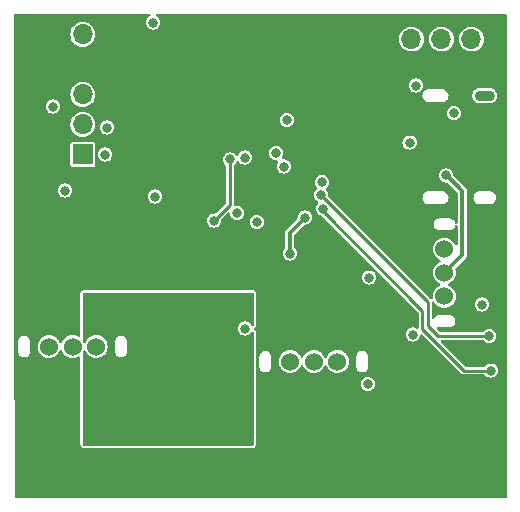
<source format=gbr>
%TF.GenerationSoftware,KiCad,Pcbnew,(6.0.10)*%
%TF.CreationDate,2023-02-27T18:55:57-05:00*%
%TF.ProjectId,ECG_2.0,4543475f-322e-4302-9e6b-696361645f70,rev?*%
%TF.SameCoordinates,Original*%
%TF.FileFunction,Copper,L2,Inr*%
%TF.FilePolarity,Positive*%
%FSLAX46Y46*%
G04 Gerber Fmt 4.6, Leading zero omitted, Abs format (unit mm)*
G04 Created by KiCad (PCBNEW (6.0.10)) date 2023-02-27 18:55:57*
%MOMM*%
%LPD*%
G01*
G04 APERTURE LIST*
%TA.AperFunction,ComponentPad*%
%ADD10R,1.700000X1.700000*%
%TD*%
%TA.AperFunction,ComponentPad*%
%ADD11O,1.700000X1.700000*%
%TD*%
%TA.AperFunction,ComponentPad*%
%ADD12C,1.524000*%
%TD*%
%TA.AperFunction,ComponentPad*%
%ADD13O,1.700000X0.900000*%
%TD*%
%TA.AperFunction,ViaPad*%
%ADD14C,0.800000*%
%TD*%
%TA.AperFunction,Conductor*%
%ADD15C,0.250000*%
%TD*%
%TA.AperFunction,Conductor*%
%ADD16C,0.375000*%
%TD*%
G04 APERTURE END LIST*
D10*
%TO.N,+LO*%
%TO.C,J1*%
X219964000Y-86863000D03*
D11*
%TO.N,-LO*%
X219964000Y-84323000D03*
%TO.N,Output*%
X219964000Y-81783000D03*
%TO.N,+3V3*%
X219964000Y-79243000D03*
%TO.N,GND*%
X219964000Y-76703000D03*
%TD*%
D12*
%TO.N,+4V*%
%TO.C,U7*%
X237522000Y-104394000D03*
%TO.N,+BATT*%
X239522000Y-104394000D03*
%TO.N,unconnected-(U7-Pad3)*%
X241522000Y-104394000D03*
%TD*%
%TO.N,+5V*%
%TO.C,U5*%
X250577000Y-98876000D03*
%TO.N,In_5V*%
X250577000Y-96876000D03*
%TO.N,unconnected-(U5-Pad3)*%
X250577000Y-94876000D03*
%TD*%
D10*
%TO.N,+3V3*%
%TO.C,J2*%
X245247000Y-77089000D03*
D11*
%TO.N,/TX*%
X247787000Y-77089000D03*
%TO.N,/RX*%
X250327000Y-77089000D03*
%TO.N,GND*%
X252867000Y-77089000D03*
%TD*%
D13*
%TO.N,unconnected-(U9-Pad17)*%
%TO.C,U9*%
X253995500Y-81880000D03*
%TD*%
D12*
%TO.N,+BATT*%
%TO.C,U4*%
X217102000Y-103124000D03*
%TO.N,BatO*%
X219102000Y-103124000D03*
%TO.N,unconnected-(U4-Pad3)*%
X221102000Y-103124000D03*
%TD*%
D14*
%TO.N,+3V3*%
X221363500Y-80642500D03*
X223012000Y-93218000D03*
X220091000Y-97536000D03*
X216027000Y-97536000D03*
X232918000Y-95504000D03*
%TO.N,BTN*%
X231075281Y-92459965D03*
X232410000Y-87288398D03*
%TO.N,+BATT*%
X238760000Y-92202000D03*
X237490000Y-95250000D03*
%TO.N,GND*%
X248158000Y-81026000D03*
X237236000Y-83947000D03*
X244094000Y-106299000D03*
X244221000Y-97282000D03*
X226060000Y-90424000D03*
X225933000Y-75692000D03*
X233680000Y-101600000D03*
X233045000Y-91821000D03*
X218440000Y-89916000D03*
X247634000Y-85852000D03*
X253746000Y-99568000D03*
%TO.N,+5V*%
X240220500Y-89217500D03*
X234696000Y-92583000D03*
X247904000Y-102108000D03*
%TO.N,In_5V*%
X250690000Y-88638000D03*
X251376211Y-83374070D03*
%TO.N,Net-(D1-Pad1)*%
X240157000Y-90297000D03*
X254381000Y-102235000D03*
%TO.N,Net-(D2-Pad1)*%
X254508000Y-105156000D03*
X240279701Y-91444299D03*
%TO.N,+LO*%
X236982000Y-87884000D03*
X221869000Y-86868000D03*
%TO.N,-LO*%
X221996000Y-84582000D03*
X236347000Y-86741000D03*
%TO.N,LED*%
X217424000Y-82804000D03*
X233680000Y-87122000D03*
%TO.N,VSS*%
X233934000Y-103886000D03*
X226568000Y-101600000D03*
X224282000Y-109982000D03*
%TD*%
D15*
%TO.N,BTN*%
X232410000Y-91125246D02*
X231075281Y-92459965D01*
X232410000Y-87288398D02*
X232410000Y-91125246D01*
D16*
%TO.N,+BATT*%
X237490000Y-93472000D02*
X237490000Y-95250000D01*
X238760000Y-92202000D02*
X237490000Y-93472000D01*
%TO.N,In_5V*%
X252095000Y-95358000D02*
X252095000Y-89916000D01*
X252095000Y-89916000D02*
X250817000Y-88638000D01*
X250817000Y-88638000D02*
X250690000Y-88638000D01*
X250577000Y-96876000D02*
X252095000Y-95358000D01*
D15*
%TO.N,Net-(D1-Pad1)*%
X249174000Y-101346000D02*
X249174000Y-99314000D01*
X254381000Y-102235000D02*
X250063000Y-102235000D01*
X249174000Y-99314000D02*
X240157000Y-90297000D01*
X250063000Y-102235000D02*
X249174000Y-101346000D01*
%TO.N,Net-(D2-Pad1)*%
X240279701Y-91689701D02*
X248724000Y-100134000D01*
X248724000Y-100134000D02*
X248724000Y-101658000D01*
X252222000Y-105156000D02*
X254508000Y-105156000D01*
X248724000Y-101658000D02*
X252222000Y-105156000D01*
X240279701Y-91444299D02*
X240279701Y-91689701D01*
%TD*%
%TA.AperFunction,Conductor*%
%TO.N,+3V3*%
G36*
X225641497Y-74950002D02*
G01*
X225687990Y-75003658D01*
X225698094Y-75073932D01*
X225668600Y-75138512D01*
X225636934Y-75164658D01*
X225630159Y-75167464D01*
X225504718Y-75263718D01*
X225408464Y-75389159D01*
X225347956Y-75535238D01*
X225327318Y-75692000D01*
X225347956Y-75848762D01*
X225408464Y-75994841D01*
X225504718Y-76120282D01*
X225630159Y-76216536D01*
X225776238Y-76277044D01*
X225933000Y-76297682D01*
X225941188Y-76296604D01*
X225968298Y-76293035D01*
X226089762Y-76277044D01*
X226235841Y-76216536D01*
X226361282Y-76120282D01*
X226457536Y-75994841D01*
X226518044Y-75848762D01*
X226538682Y-75692000D01*
X226518044Y-75535238D01*
X226457536Y-75389159D01*
X226361282Y-75263718D01*
X226235841Y-75167464D01*
X226229263Y-75164739D01*
X226180632Y-75113738D01*
X226167194Y-75044025D01*
X226193580Y-74978113D01*
X226251412Y-74936931D01*
X226292624Y-74930000D01*
X255713537Y-74930000D01*
X255781658Y-74950002D01*
X255828151Y-75003658D01*
X255839537Y-75055980D01*
X255842113Y-90951696D01*
X255846147Y-115850383D01*
X255826157Y-115918504D01*
X255772509Y-115965005D01*
X255720148Y-115976400D01*
X214329346Y-115976400D01*
X214261225Y-115956398D01*
X214214732Y-115902742D01*
X214203346Y-115850633D01*
X214195707Y-111711140D01*
X214180665Y-103559940D01*
X214501500Y-103559940D01*
X214505602Y-103588580D01*
X214514791Y-103652746D01*
X214516677Y-103665918D01*
X214520391Y-103674086D01*
X214520391Y-103674087D01*
X214531777Y-103699129D01*
X214576016Y-103796428D01*
X214581878Y-103803231D01*
X214663740Y-103898237D01*
X214663743Y-103898240D01*
X214669600Y-103905037D01*
X214789905Y-103983015D01*
X214927261Y-104024093D01*
X214936237Y-104024148D01*
X214936238Y-104024148D01*
X214996445Y-104024516D01*
X215070624Y-104024969D01*
X215208471Y-103985572D01*
X215329720Y-103909070D01*
X215424623Y-103801612D01*
X215485553Y-103671837D01*
X215502500Y-103562991D01*
X215502500Y-103110496D01*
X216134937Y-103110496D01*
X216150732Y-103298590D01*
X216152431Y-103304515D01*
X216192260Y-103443415D01*
X216202760Y-103480034D01*
X216229679Y-103532412D01*
X216268567Y-103608080D01*
X216289040Y-103647917D01*
X216292865Y-103652743D01*
X216292867Y-103652746D01*
X216402456Y-103791014D01*
X216402460Y-103791019D01*
X216406285Y-103795844D01*
X216550030Y-103918180D01*
X216555408Y-103921186D01*
X216555410Y-103921187D01*
X216607332Y-103950205D01*
X216714800Y-104010267D01*
X216894317Y-104068595D01*
X217081745Y-104090945D01*
X217087880Y-104090473D01*
X217087882Y-104090473D01*
X217263803Y-104076937D01*
X217263807Y-104076936D01*
X217269945Y-104076464D01*
X217275877Y-104074808D01*
X217275881Y-104074807D01*
X217445804Y-104027363D01*
X217445808Y-104027362D01*
X217451748Y-104025703D01*
X217540675Y-103980783D01*
X217614728Y-103943377D01*
X217614730Y-103943376D01*
X217620229Y-103940598D01*
X217768970Y-103824388D01*
X217772996Y-103819724D01*
X217772999Y-103819721D01*
X217888278Y-103686169D01*
X217888279Y-103686167D01*
X217892307Y-103681501D01*
X217985542Y-103517378D01*
X217987487Y-103511532D01*
X217987964Y-103510460D01*
X218033944Y-103456365D01*
X218101872Y-103435716D01*
X218170179Y-103455069D01*
X218215136Y-103504115D01*
X218289040Y-103647917D01*
X218292865Y-103652743D01*
X218292867Y-103652746D01*
X218402456Y-103791014D01*
X218402460Y-103791019D01*
X218406285Y-103795844D01*
X218550030Y-103918180D01*
X218555408Y-103921186D01*
X218555410Y-103921187D01*
X218607332Y-103950205D01*
X218714800Y-104010267D01*
X218894317Y-104068595D01*
X219081745Y-104090945D01*
X219087880Y-104090473D01*
X219087882Y-104090473D01*
X219263803Y-104076937D01*
X219263807Y-104076936D01*
X219269945Y-104076464D01*
X219275877Y-104074808D01*
X219275881Y-104074807D01*
X219445804Y-104027363D01*
X219445808Y-104027362D01*
X219451748Y-104025703D01*
X219575690Y-103963096D01*
X219645512Y-103950236D01*
X219711203Y-103977166D01*
X219751906Y-104035336D01*
X219758500Y-104075562D01*
X219758500Y-111380000D01*
X219763196Y-111423681D01*
X219774582Y-111476023D01*
X219777070Y-111486203D01*
X219820079Y-111566916D01*
X219866572Y-111620572D01*
X219884165Y-111638527D01*
X219963983Y-111683174D01*
X219984588Y-111689224D01*
X220027781Y-111701907D01*
X220027785Y-111701908D01*
X220032104Y-111703176D01*
X220036552Y-111703816D01*
X220036559Y-111703817D01*
X220085552Y-111710861D01*
X220085559Y-111710862D01*
X220090000Y-111711500D01*
X234316000Y-111711500D01*
X234319346Y-111711140D01*
X234319351Y-111711140D01*
X234356317Y-111707166D01*
X234356323Y-111707165D01*
X234359681Y-111706804D01*
X234412023Y-111695418D01*
X234412717Y-111695248D01*
X234412736Y-111695244D01*
X234413870Y-111694967D01*
X234422203Y-111692930D01*
X234502916Y-111649921D01*
X234516066Y-111638527D01*
X234555111Y-111604694D01*
X234555112Y-111604693D01*
X234556572Y-111603428D01*
X234574527Y-111585835D01*
X234619174Y-111506017D01*
X234639176Y-111437896D01*
X234639817Y-111433441D01*
X234646861Y-111384448D01*
X234646862Y-111384441D01*
X234647500Y-111380000D01*
X234647500Y-106299000D01*
X243488318Y-106299000D01*
X243508956Y-106455762D01*
X243569464Y-106601841D01*
X243665718Y-106727282D01*
X243791159Y-106823536D01*
X243937238Y-106884044D01*
X244094000Y-106904682D01*
X244102188Y-106903604D01*
X244242574Y-106885122D01*
X244250762Y-106884044D01*
X244396841Y-106823536D01*
X244522282Y-106727282D01*
X244618536Y-106601841D01*
X244679044Y-106455762D01*
X244699682Y-106299000D01*
X244679044Y-106142238D01*
X244618536Y-105996159D01*
X244522282Y-105870718D01*
X244396841Y-105774464D01*
X244250762Y-105713956D01*
X244094000Y-105693318D01*
X243937238Y-105713956D01*
X243791159Y-105774464D01*
X243665718Y-105870718D01*
X243569464Y-105996159D01*
X243508956Y-106142238D01*
X243488318Y-106299000D01*
X234647500Y-106299000D01*
X234647500Y-104829940D01*
X234921500Y-104829940D01*
X234922136Y-104834379D01*
X234934791Y-104922746D01*
X234936677Y-104935918D01*
X234940391Y-104944086D01*
X234940391Y-104944087D01*
X234955821Y-104978023D01*
X234996016Y-105066428D01*
X235001878Y-105073231D01*
X235083740Y-105168237D01*
X235083743Y-105168240D01*
X235089600Y-105175037D01*
X235209905Y-105253015D01*
X235347261Y-105294093D01*
X235356237Y-105294148D01*
X235356238Y-105294148D01*
X235416445Y-105294516D01*
X235490624Y-105294969D01*
X235628471Y-105255572D01*
X235749720Y-105179070D01*
X235844623Y-105071612D01*
X235905553Y-104941837D01*
X235922500Y-104832991D01*
X235922500Y-104380496D01*
X236554937Y-104380496D01*
X236555453Y-104386639D01*
X236569198Y-104550318D01*
X236570732Y-104568590D01*
X236572431Y-104574515D01*
X236614921Y-104722695D01*
X236622760Y-104750034D01*
X236709040Y-104917917D01*
X236712865Y-104922743D01*
X236712867Y-104922746D01*
X236822456Y-105061014D01*
X236822460Y-105061019D01*
X236826285Y-105065844D01*
X236970030Y-105188180D01*
X236975408Y-105191186D01*
X236975410Y-105191187D01*
X237052415Y-105234223D01*
X237134800Y-105280267D01*
X237314317Y-105338595D01*
X237501745Y-105360945D01*
X237507880Y-105360473D01*
X237507882Y-105360473D01*
X237683803Y-105346937D01*
X237683807Y-105346936D01*
X237689945Y-105346464D01*
X237695877Y-105344808D01*
X237695881Y-105344807D01*
X237865804Y-105297363D01*
X237865808Y-105297362D01*
X237871748Y-105295703D01*
X237960675Y-105250783D01*
X238034728Y-105213377D01*
X238034730Y-105213376D01*
X238040229Y-105210598D01*
X238188970Y-105094388D01*
X238192996Y-105089724D01*
X238192999Y-105089721D01*
X238308278Y-104956169D01*
X238308279Y-104956167D01*
X238312307Y-104951501D01*
X238405542Y-104787378D01*
X238407487Y-104781532D01*
X238407964Y-104780460D01*
X238453944Y-104726365D01*
X238521872Y-104705716D01*
X238590179Y-104725069D01*
X238635136Y-104774115D01*
X238709040Y-104917917D01*
X238712865Y-104922743D01*
X238712867Y-104922746D01*
X238822456Y-105061014D01*
X238822460Y-105061019D01*
X238826285Y-105065844D01*
X238970030Y-105188180D01*
X238975408Y-105191186D01*
X238975410Y-105191187D01*
X239052415Y-105234223D01*
X239134800Y-105280267D01*
X239314317Y-105338595D01*
X239501745Y-105360945D01*
X239507880Y-105360473D01*
X239507882Y-105360473D01*
X239683803Y-105346937D01*
X239683807Y-105346936D01*
X239689945Y-105346464D01*
X239695877Y-105344808D01*
X239695881Y-105344807D01*
X239865804Y-105297363D01*
X239865808Y-105297362D01*
X239871748Y-105295703D01*
X239960675Y-105250783D01*
X240034728Y-105213377D01*
X240034730Y-105213376D01*
X240040229Y-105210598D01*
X240188970Y-105094388D01*
X240192996Y-105089724D01*
X240192999Y-105089721D01*
X240308278Y-104956169D01*
X240308279Y-104956167D01*
X240312307Y-104951501D01*
X240405542Y-104787378D01*
X240407487Y-104781532D01*
X240407964Y-104780460D01*
X240453944Y-104726365D01*
X240521872Y-104705716D01*
X240590179Y-104725069D01*
X240635136Y-104774115D01*
X240709040Y-104917917D01*
X240712865Y-104922743D01*
X240712867Y-104922746D01*
X240822456Y-105061014D01*
X240822460Y-105061019D01*
X240826285Y-105065844D01*
X240970030Y-105188180D01*
X240975408Y-105191186D01*
X240975410Y-105191187D01*
X241052415Y-105234223D01*
X241134800Y-105280267D01*
X241314317Y-105338595D01*
X241501745Y-105360945D01*
X241507880Y-105360473D01*
X241507882Y-105360473D01*
X241683803Y-105346937D01*
X241683807Y-105346936D01*
X241689945Y-105346464D01*
X241695877Y-105344808D01*
X241695881Y-105344807D01*
X241865804Y-105297363D01*
X241865808Y-105297362D01*
X241871748Y-105295703D01*
X241960675Y-105250783D01*
X242034728Y-105213377D01*
X242034730Y-105213376D01*
X242040229Y-105210598D01*
X242188970Y-105094388D01*
X242192996Y-105089724D01*
X242192999Y-105089721D01*
X242308278Y-104956169D01*
X242308279Y-104956167D01*
X242312307Y-104951501D01*
X242381363Y-104829940D01*
X243121500Y-104829940D01*
X243122136Y-104834379D01*
X243134791Y-104922746D01*
X243136677Y-104935918D01*
X243140391Y-104944086D01*
X243140391Y-104944087D01*
X243155821Y-104978023D01*
X243196016Y-105066428D01*
X243201878Y-105073231D01*
X243283740Y-105168237D01*
X243283743Y-105168240D01*
X243289600Y-105175037D01*
X243409905Y-105253015D01*
X243547261Y-105294093D01*
X243556237Y-105294148D01*
X243556238Y-105294148D01*
X243616445Y-105294516D01*
X243690624Y-105294969D01*
X243828471Y-105255572D01*
X243949720Y-105179070D01*
X244044623Y-105071612D01*
X244105553Y-104941837D01*
X244122500Y-104832991D01*
X244122500Y-103958060D01*
X244107323Y-103852082D01*
X244103131Y-103842861D01*
X244051700Y-103729746D01*
X244047984Y-103721572D01*
X244017479Y-103686169D01*
X243960260Y-103619763D01*
X243960257Y-103619760D01*
X243954400Y-103612963D01*
X243834095Y-103534985D01*
X243696739Y-103493907D01*
X243687763Y-103493852D01*
X243687762Y-103493852D01*
X243627555Y-103493484D01*
X243553376Y-103493031D01*
X243415529Y-103532428D01*
X243294280Y-103608930D01*
X243199377Y-103716388D01*
X243138447Y-103846163D01*
X243121500Y-103955009D01*
X243121500Y-104829940D01*
X242381363Y-104829940D01*
X242405542Y-104787378D01*
X242465123Y-104608272D01*
X242488780Y-104421005D01*
X242489157Y-104394000D01*
X242470738Y-104206145D01*
X242416181Y-104025445D01*
X242327566Y-103858783D01*
X242317274Y-103846163D01*
X242212161Y-103717284D01*
X242208266Y-103712508D01*
X242202475Y-103707717D01*
X242067577Y-103596120D01*
X242067574Y-103596118D01*
X242062827Y-103592191D01*
X241896788Y-103502414D01*
X241716474Y-103446597D01*
X241710356Y-103445954D01*
X241710351Y-103445953D01*
X241534881Y-103427511D01*
X241534879Y-103427511D01*
X241528752Y-103426867D01*
X241413125Y-103437390D01*
X241346914Y-103443415D01*
X241346913Y-103443415D01*
X241340773Y-103443974D01*
X241159697Y-103497268D01*
X240992420Y-103584718D01*
X240845316Y-103702993D01*
X240841352Y-103707717D01*
X240837332Y-103712508D01*
X240723986Y-103847588D01*
X240721016Y-103852991D01*
X240721015Y-103852992D01*
X240648120Y-103985588D01*
X240633052Y-104012996D01*
X240631228Y-104011993D01*
X240592054Y-104059415D01*
X240524423Y-104081016D01*
X240455850Y-104062624D01*
X240410204Y-104014204D01*
X240409029Y-104011993D01*
X240327566Y-103858783D01*
X240317274Y-103846163D01*
X240212161Y-103717284D01*
X240208266Y-103712508D01*
X240202475Y-103707717D01*
X240067577Y-103596120D01*
X240067574Y-103596118D01*
X240062827Y-103592191D01*
X239896788Y-103502414D01*
X239716474Y-103446597D01*
X239710356Y-103445954D01*
X239710351Y-103445953D01*
X239534881Y-103427511D01*
X239534879Y-103427511D01*
X239528752Y-103426867D01*
X239413125Y-103437390D01*
X239346914Y-103443415D01*
X239346913Y-103443415D01*
X239340773Y-103443974D01*
X239159697Y-103497268D01*
X238992420Y-103584718D01*
X238845316Y-103702993D01*
X238841352Y-103707717D01*
X238837332Y-103712508D01*
X238723986Y-103847588D01*
X238721016Y-103852991D01*
X238721015Y-103852992D01*
X238648120Y-103985588D01*
X238633052Y-104012996D01*
X238631228Y-104011993D01*
X238592054Y-104059415D01*
X238524423Y-104081016D01*
X238455850Y-104062624D01*
X238410204Y-104014204D01*
X238409029Y-104011993D01*
X238327566Y-103858783D01*
X238317274Y-103846163D01*
X238212161Y-103717284D01*
X238208266Y-103712508D01*
X238202475Y-103707717D01*
X238067577Y-103596120D01*
X238067574Y-103596118D01*
X238062827Y-103592191D01*
X237896788Y-103502414D01*
X237716474Y-103446597D01*
X237710356Y-103445954D01*
X237710351Y-103445953D01*
X237534881Y-103427511D01*
X237534879Y-103427511D01*
X237528752Y-103426867D01*
X237413125Y-103437390D01*
X237346914Y-103443415D01*
X237346913Y-103443415D01*
X237340773Y-103443974D01*
X237159697Y-103497268D01*
X236992420Y-103584718D01*
X236845316Y-103702993D01*
X236841352Y-103707717D01*
X236837332Y-103712508D01*
X236723986Y-103847588D01*
X236721016Y-103852991D01*
X236721015Y-103852992D01*
X236648120Y-103985588D01*
X236633052Y-104012996D01*
X236575978Y-104192917D01*
X236554937Y-104380496D01*
X235922500Y-104380496D01*
X235922500Y-103958060D01*
X235907323Y-103852082D01*
X235903131Y-103842861D01*
X235851700Y-103729746D01*
X235847984Y-103721572D01*
X235817479Y-103686169D01*
X235760260Y-103619763D01*
X235760257Y-103619760D01*
X235754400Y-103612963D01*
X235634095Y-103534985D01*
X235496739Y-103493907D01*
X235487763Y-103493852D01*
X235487762Y-103493852D01*
X235427555Y-103493484D01*
X235353376Y-103493031D01*
X235215529Y-103532428D01*
X235094280Y-103608930D01*
X234999377Y-103716388D01*
X234938447Y-103846163D01*
X234921500Y-103955009D01*
X234921500Y-104829940D01*
X234647500Y-104829940D01*
X234647500Y-101959624D01*
X234644654Y-101925542D01*
X234637723Y-101884330D01*
X234602464Y-101799210D01*
X234561282Y-101741378D01*
X234545474Y-101721830D01*
X234538067Y-101716706D01*
X234538065Y-101716704D01*
X234519691Y-101703994D01*
X234475048Y-101648790D01*
X234467337Y-101578213D01*
X234499006Y-101514672D01*
X234508860Y-101505147D01*
X234555108Y-101465073D01*
X234555116Y-101465066D01*
X234556572Y-101463804D01*
X234560911Y-101459553D01*
X234568092Y-101452516D01*
X234574527Y-101446211D01*
X234619174Y-101366393D01*
X234636202Y-101308400D01*
X234637907Y-101302595D01*
X234637908Y-101302591D01*
X234639176Y-101298272D01*
X234639817Y-101293817D01*
X234646861Y-101244824D01*
X234646862Y-101244817D01*
X234647500Y-101240376D01*
X234647500Y-98678000D01*
X234642804Y-98634319D01*
X234631418Y-98581977D01*
X234628930Y-98571797D01*
X234585921Y-98491084D01*
X234539428Y-98437428D01*
X234521835Y-98419473D01*
X234442017Y-98374826D01*
X234400910Y-98362756D01*
X234378219Y-98356093D01*
X234378215Y-98356092D01*
X234373896Y-98354824D01*
X234369448Y-98354184D01*
X234369441Y-98354183D01*
X234320448Y-98347139D01*
X234320441Y-98347138D01*
X234316000Y-98346500D01*
X220090000Y-98346500D01*
X220086654Y-98346860D01*
X220086649Y-98346860D01*
X220049683Y-98350834D01*
X220049677Y-98350835D01*
X220046319Y-98351196D01*
X219993977Y-98362582D01*
X219993283Y-98362752D01*
X219993264Y-98362756D01*
X219992130Y-98363033D01*
X219983797Y-98365070D01*
X219903084Y-98408079D01*
X219897738Y-98412711D01*
X219897737Y-98412712D01*
X219882508Y-98425908D01*
X219849428Y-98454572D01*
X219831473Y-98472165D01*
X219786826Y-98551983D01*
X219766824Y-98620104D01*
X219766184Y-98624552D01*
X219766183Y-98624559D01*
X219759139Y-98673552D01*
X219759138Y-98673559D01*
X219758500Y-98678000D01*
X219758500Y-102173368D01*
X219738498Y-102241489D01*
X219684842Y-102287982D01*
X219614568Y-102298086D01*
X219572572Y-102284204D01*
X219521471Y-102256574D01*
X219482204Y-102235342D01*
X219482200Y-102235341D01*
X219476788Y-102232414D01*
X219296474Y-102176597D01*
X219290356Y-102175954D01*
X219290351Y-102175953D01*
X219114881Y-102157511D01*
X219114879Y-102157511D01*
X219108752Y-102156867D01*
X218993126Y-102167390D01*
X218926914Y-102173415D01*
X218926913Y-102173415D01*
X218920773Y-102173974D01*
X218739697Y-102227268D01*
X218734232Y-102230125D01*
X218683640Y-102256574D01*
X218572420Y-102314718D01*
X218425316Y-102432993D01*
X218421352Y-102437717D01*
X218417332Y-102442508D01*
X218303986Y-102577588D01*
X218213052Y-102742996D01*
X218211228Y-102741993D01*
X218172054Y-102789415D01*
X218104423Y-102811016D01*
X218035850Y-102792624D01*
X217990204Y-102744204D01*
X217989029Y-102741993D01*
X217907566Y-102588783D01*
X217897274Y-102576163D01*
X217792161Y-102447284D01*
X217788266Y-102442508D01*
X217782475Y-102437717D01*
X217647577Y-102326120D01*
X217647574Y-102326118D01*
X217642827Y-102322191D01*
X217476788Y-102232414D01*
X217296474Y-102176597D01*
X217290356Y-102175954D01*
X217290351Y-102175953D01*
X217114881Y-102157511D01*
X217114879Y-102157511D01*
X217108752Y-102156867D01*
X216993126Y-102167390D01*
X216926914Y-102173415D01*
X216926913Y-102173415D01*
X216920773Y-102173974D01*
X216739697Y-102227268D01*
X216734232Y-102230125D01*
X216683640Y-102256574D01*
X216572420Y-102314718D01*
X216425316Y-102432993D01*
X216421352Y-102437717D01*
X216417332Y-102442508D01*
X216303986Y-102577588D01*
X216301016Y-102582991D01*
X216301015Y-102582992D01*
X216216019Y-102737599D01*
X216213052Y-102742996D01*
X216155978Y-102922917D01*
X216155292Y-102929036D01*
X216155291Y-102929039D01*
X216145703Y-103014516D01*
X216134937Y-103110496D01*
X215502500Y-103110496D01*
X215502500Y-102688060D01*
X215495001Y-102635696D01*
X215488596Y-102590968D01*
X215488595Y-102590965D01*
X215487323Y-102582082D01*
X215483131Y-102572861D01*
X215431700Y-102459746D01*
X215427984Y-102451572D01*
X215408646Y-102429129D01*
X215340260Y-102349763D01*
X215340257Y-102349760D01*
X215334400Y-102342963D01*
X215214095Y-102264985D01*
X215076739Y-102223907D01*
X215067763Y-102223852D01*
X215067762Y-102223852D01*
X215007555Y-102223484D01*
X214933376Y-102223031D01*
X214795529Y-102262428D01*
X214674280Y-102338930D01*
X214579377Y-102446388D01*
X214518447Y-102576163D01*
X214501500Y-102685009D01*
X214501500Y-103559940D01*
X214180665Y-103559940D01*
X214165330Y-95250000D01*
X236884318Y-95250000D01*
X236885396Y-95258188D01*
X236903334Y-95394438D01*
X236904956Y-95406762D01*
X236965464Y-95552841D01*
X237061718Y-95678282D01*
X237187159Y-95774536D01*
X237265404Y-95806946D01*
X237317353Y-95828464D01*
X237333238Y-95835044D01*
X237490000Y-95855682D01*
X237498188Y-95854604D01*
X237638574Y-95836122D01*
X237646762Y-95835044D01*
X237662648Y-95828464D01*
X237714596Y-95806946D01*
X237792841Y-95774536D01*
X237918282Y-95678282D01*
X238014536Y-95552841D01*
X238075044Y-95406762D01*
X238076667Y-95394438D01*
X238094604Y-95258188D01*
X238095682Y-95250000D01*
X238075044Y-95093238D01*
X238014536Y-94947159D01*
X237918282Y-94821718D01*
X237914212Y-94818595D01*
X237880880Y-94757558D01*
X237878000Y-94730770D01*
X237878000Y-93684905D01*
X237898002Y-93616784D01*
X237914905Y-93595810D01*
X238667206Y-92843509D01*
X238729518Y-92809483D01*
X238753829Y-92806870D01*
X238760000Y-92807682D01*
X238768188Y-92806604D01*
X238908574Y-92788122D01*
X238916762Y-92787044D01*
X239062841Y-92726536D01*
X239152082Y-92658059D01*
X239181736Y-92635305D01*
X239188282Y-92630282D01*
X239284536Y-92504841D01*
X239345044Y-92358762D01*
X239365682Y-92202000D01*
X239345044Y-92045238D01*
X239284536Y-91899159D01*
X239188282Y-91773718D01*
X239062841Y-91677464D01*
X238916762Y-91616956D01*
X238760000Y-91596318D01*
X238603238Y-91616956D01*
X238457159Y-91677464D01*
X238331718Y-91773718D01*
X238235464Y-91899159D01*
X238174956Y-92045238D01*
X238154318Y-92202000D01*
X238154988Y-92207089D01*
X238135394Y-92273820D01*
X238118491Y-92294794D01*
X237194052Y-93219233D01*
X237194049Y-93219237D01*
X237172189Y-93241097D01*
X237167690Y-93249927D01*
X237167687Y-93249931D01*
X237162655Y-93259808D01*
X237152324Y-93276667D01*
X237145810Y-93285632D01*
X237145808Y-93285635D01*
X237139981Y-93293656D01*
X237136917Y-93303088D01*
X237133493Y-93313625D01*
X237125925Y-93331895D01*
X237120892Y-93341773D01*
X237116391Y-93350607D01*
X237114840Y-93360397D01*
X237114839Y-93360401D01*
X237113103Y-93371359D01*
X237108490Y-93390574D01*
X237102001Y-93410547D01*
X237102001Y-93441461D01*
X237102000Y-93441467D01*
X237102000Y-94730770D01*
X237081998Y-94798891D01*
X237066655Y-94817930D01*
X237061718Y-94821718D01*
X236965464Y-94947159D01*
X236904956Y-95093238D01*
X236884318Y-95250000D01*
X214165330Y-95250000D01*
X214160181Y-92459965D01*
X230469599Y-92459965D01*
X230490237Y-92616727D01*
X230550745Y-92762806D01*
X230646999Y-92888247D01*
X230772440Y-92984501D01*
X230918519Y-93045009D01*
X231075281Y-93065647D01*
X231083469Y-93064569D01*
X231223855Y-93046087D01*
X231232043Y-93045009D01*
X231378122Y-92984501D01*
X231503563Y-92888247D01*
X231599817Y-92762806D01*
X231660325Y-92616727D01*
X231664765Y-92583000D01*
X234090318Y-92583000D01*
X234110956Y-92739762D01*
X234171464Y-92885841D01*
X234267718Y-93011282D01*
X234393159Y-93107536D01*
X234539238Y-93168044D01*
X234696000Y-93188682D01*
X234704188Y-93187604D01*
X234844574Y-93169122D01*
X234852762Y-93168044D01*
X234998841Y-93107536D01*
X235124282Y-93011282D01*
X235220536Y-92885841D01*
X235281044Y-92739762D01*
X235301682Y-92583000D01*
X235281044Y-92426238D01*
X235220536Y-92280159D01*
X235124282Y-92154718D01*
X234998841Y-92058464D01*
X234852762Y-91997956D01*
X234696000Y-91977318D01*
X234539238Y-91997956D01*
X234393159Y-92058464D01*
X234267718Y-92154718D01*
X234171464Y-92280159D01*
X234110956Y-92426238D01*
X234090318Y-92583000D01*
X231664765Y-92583000D01*
X231680963Y-92459965D01*
X231672163Y-92393122D01*
X231683102Y-92322975D01*
X231707990Y-92287582D01*
X232227851Y-91767721D01*
X232290163Y-91733695D01*
X232360978Y-91738760D01*
X232417814Y-91781307D01*
X232441868Y-91840370D01*
X232459956Y-91977762D01*
X232520464Y-92123841D01*
X232616718Y-92249282D01*
X232742159Y-92345536D01*
X232888238Y-92406044D01*
X233045000Y-92426682D01*
X233053188Y-92425604D01*
X233193574Y-92407122D01*
X233201762Y-92406044D01*
X233347841Y-92345536D01*
X233473282Y-92249282D01*
X233569536Y-92123841D01*
X233630044Y-91977762D01*
X233650682Y-91821000D01*
X233630044Y-91664238D01*
X233569536Y-91518159D01*
X233473282Y-91392718D01*
X233347841Y-91296464D01*
X233201762Y-91235956D01*
X233045000Y-91215318D01*
X232893403Y-91235276D01*
X232893401Y-91235276D01*
X232888238Y-91235956D01*
X232888132Y-91235151D01*
X232823838Y-91233618D01*
X232765044Y-91193822D01*
X232736687Y-91124585D01*
X232735980Y-91116505D01*
X232735500Y-91105522D01*
X232735500Y-90297000D01*
X239551318Y-90297000D01*
X239571956Y-90453762D01*
X239632464Y-90599841D01*
X239637491Y-90606392D01*
X239719097Y-90712743D01*
X239728718Y-90725282D01*
X239849529Y-90817983D01*
X239891395Y-90875320D01*
X239895617Y-90946191D01*
X239861919Y-91007040D01*
X239857965Y-91010994D01*
X239851419Y-91016017D01*
X239846396Y-91022563D01*
X239838303Y-91033110D01*
X239755165Y-91141458D01*
X239694657Y-91287537D01*
X239674019Y-91444299D01*
X239694657Y-91601061D01*
X239755165Y-91747140D01*
X239851419Y-91872581D01*
X239976860Y-91968835D01*
X240122939Y-92029343D01*
X240131129Y-92030421D01*
X240138088Y-92032286D01*
X240194572Y-92064898D01*
X244725911Y-96596238D01*
X244759937Y-96658550D01*
X244754872Y-96729365D01*
X244712325Y-96786201D01*
X244645805Y-96811012D01*
X244576431Y-96795921D01*
X244560112Y-96785295D01*
X244530397Y-96762494D01*
X244530392Y-96762491D01*
X244523841Y-96757464D01*
X244377762Y-96696956D01*
X244357421Y-96694278D01*
X244229188Y-96677396D01*
X244221000Y-96676318D01*
X244212812Y-96677396D01*
X244084580Y-96694278D01*
X244064238Y-96696956D01*
X243918159Y-96757464D01*
X243792718Y-96853718D01*
X243696464Y-96979159D01*
X243635956Y-97125238D01*
X243615318Y-97282000D01*
X243635956Y-97438762D01*
X243696464Y-97584841D01*
X243792718Y-97710282D01*
X243918159Y-97806536D01*
X244064238Y-97867044D01*
X244221000Y-97887682D01*
X244229188Y-97886604D01*
X244369574Y-97868122D01*
X244377762Y-97867044D01*
X244523841Y-97806536D01*
X244649282Y-97710282D01*
X244745536Y-97584841D01*
X244806044Y-97438762D01*
X244826682Y-97282000D01*
X244806044Y-97125238D01*
X244745536Y-96979159D01*
X244740508Y-96972606D01*
X244740506Y-96972603D01*
X244717705Y-96942888D01*
X244692104Y-96876668D01*
X244706368Y-96807119D01*
X244755969Y-96756323D01*
X244825159Y-96740407D01*
X244891970Y-96764424D01*
X244906762Y-96777089D01*
X248361595Y-100231922D01*
X248395621Y-100294234D01*
X248398500Y-100321017D01*
X248398500Y-101477124D01*
X248378498Y-101545245D01*
X248324842Y-101591738D01*
X248254568Y-101601842D01*
X248211256Y-101586852D01*
X248206841Y-101583464D01*
X248199215Y-101580305D01*
X248199213Y-101580304D01*
X248068391Y-101526116D01*
X248060762Y-101522956D01*
X247904000Y-101502318D01*
X247747238Y-101522956D01*
X247601159Y-101583464D01*
X247475718Y-101679718D01*
X247379464Y-101805159D01*
X247318956Y-101951238D01*
X247298318Y-102108000D01*
X247299396Y-102116188D01*
X247313791Y-102225526D01*
X247318956Y-102264762D01*
X247379464Y-102410841D01*
X247475718Y-102536282D01*
X247601159Y-102632536D01*
X247747238Y-102693044D01*
X247904000Y-102713682D01*
X247912188Y-102712604D01*
X248052574Y-102694122D01*
X248060762Y-102693044D01*
X248206841Y-102632536D01*
X248332282Y-102536282D01*
X248428536Y-102410841D01*
X248489044Y-102264762D01*
X248500064Y-102181056D01*
X248528786Y-102116129D01*
X248588051Y-102077037D01*
X248659043Y-102076192D01*
X248714081Y-102108407D01*
X251977889Y-105372215D01*
X251985316Y-105380319D01*
X252009545Y-105409194D01*
X252019094Y-105414707D01*
X252042185Y-105428039D01*
X252051456Y-105433945D01*
X252082316Y-105455554D01*
X252092966Y-105458408D01*
X252096134Y-105459885D01*
X252099410Y-105461077D01*
X252108955Y-105466588D01*
X252142699Y-105472538D01*
X252146058Y-105473130D01*
X252156785Y-105475508D01*
X252193193Y-105485264D01*
X252204178Y-105484303D01*
X252204180Y-105484303D01*
X252230728Y-105481980D01*
X252241710Y-105481500D01*
X253938714Y-105481500D01*
X254006835Y-105501502D01*
X254038677Y-105530796D01*
X254079718Y-105584282D01*
X254205159Y-105680536D01*
X254351238Y-105741044D01*
X254508000Y-105761682D01*
X254516188Y-105760604D01*
X254656574Y-105742122D01*
X254664762Y-105741044D01*
X254810841Y-105680536D01*
X254936282Y-105584282D01*
X255032536Y-105458841D01*
X255093044Y-105312762D01*
X255095387Y-105294969D01*
X255112604Y-105164188D01*
X255113682Y-105156000D01*
X255093044Y-104999238D01*
X255032536Y-104853159D01*
X254936282Y-104727718D01*
X254810841Y-104631464D01*
X254664762Y-104570956D01*
X254646791Y-104568590D01*
X254516188Y-104551396D01*
X254508000Y-104550318D01*
X254499812Y-104551396D01*
X254369210Y-104568590D01*
X254351238Y-104570956D01*
X254205159Y-104631464D01*
X254079718Y-104727718D01*
X254074695Y-104734264D01*
X254038677Y-104781204D01*
X253981339Y-104823071D01*
X253938714Y-104830500D01*
X252409016Y-104830500D01*
X252340895Y-104810498D01*
X252319921Y-104793595D01*
X250301921Y-102775595D01*
X250267895Y-102713283D01*
X250272960Y-102642468D01*
X250315507Y-102585632D01*
X250382027Y-102560821D01*
X250391016Y-102560500D01*
X253811714Y-102560500D01*
X253879835Y-102580502D01*
X253911677Y-102609796D01*
X253952718Y-102663282D01*
X253959264Y-102668305D01*
X253979224Y-102683621D01*
X254078159Y-102759536D01*
X254224238Y-102820044D01*
X254381000Y-102840682D01*
X254389188Y-102839604D01*
X254529574Y-102821122D01*
X254537762Y-102820044D01*
X254683841Y-102759536D01*
X254782776Y-102683621D01*
X254802736Y-102668305D01*
X254809282Y-102663282D01*
X254905536Y-102537841D01*
X254966044Y-102391762D01*
X254986682Y-102235000D01*
X254966044Y-102078238D01*
X254905536Y-101932159D01*
X254809282Y-101806718D01*
X254683841Y-101710464D01*
X254537762Y-101649956D01*
X254528906Y-101648790D01*
X254415994Y-101633925D01*
X254381000Y-101629318D01*
X254346006Y-101633925D01*
X254233095Y-101648790D01*
X254224238Y-101649956D01*
X254078159Y-101710464D01*
X253952718Y-101806718D01*
X253947695Y-101813264D01*
X253911677Y-101860204D01*
X253854339Y-101902071D01*
X253811714Y-101909500D01*
X250250016Y-101909500D01*
X250181895Y-101889498D01*
X250160921Y-101872595D01*
X249968996Y-101680670D01*
X249934970Y-101618358D01*
X249940035Y-101547543D01*
X249982582Y-101490707D01*
X250049102Y-101465896D01*
X250077475Y-101467075D01*
X250138009Y-101476500D01*
X251012940Y-101476500D01*
X251054339Y-101470571D01*
X251110032Y-101462596D01*
X251110035Y-101462595D01*
X251118918Y-101461323D01*
X251249428Y-101401984D01*
X251298616Y-101359601D01*
X251351237Y-101314260D01*
X251351240Y-101314257D01*
X251358037Y-101308400D01*
X251436015Y-101188095D01*
X251477093Y-101050739D01*
X251477969Y-100907376D01*
X251438572Y-100769529D01*
X251362070Y-100648280D01*
X251254612Y-100553377D01*
X251124837Y-100492447D01*
X251015991Y-100475500D01*
X250141060Y-100475500D01*
X250099661Y-100481429D01*
X250043968Y-100489404D01*
X250043965Y-100489405D01*
X250035082Y-100490677D01*
X249904572Y-100550016D01*
X249897768Y-100555878D01*
X249897769Y-100555878D01*
X249802763Y-100637740D01*
X249802760Y-100637743D01*
X249795963Y-100643600D01*
X249791082Y-100651131D01*
X249731232Y-100743468D01*
X249677396Y-100789751D01*
X249607083Y-100799582D01*
X249542618Y-100769838D01*
X249504467Y-100709963D01*
X249499500Y-100674935D01*
X249499500Y-99406000D01*
X249519502Y-99337879D01*
X249573158Y-99291386D01*
X249643432Y-99281282D01*
X249708012Y-99310776D01*
X249737567Y-99348406D01*
X249764040Y-99399917D01*
X249767865Y-99404743D01*
X249767867Y-99404746D01*
X249877456Y-99543014D01*
X249877460Y-99543019D01*
X249881285Y-99547844D01*
X250025030Y-99670180D01*
X250030408Y-99673186D01*
X250030410Y-99673187D01*
X250107415Y-99716223D01*
X250189800Y-99762267D01*
X250369317Y-99820595D01*
X250556745Y-99842945D01*
X250562880Y-99842473D01*
X250562882Y-99842473D01*
X250738803Y-99828937D01*
X250738807Y-99828936D01*
X250744945Y-99828464D01*
X250750877Y-99826808D01*
X250750881Y-99826807D01*
X250920804Y-99779363D01*
X250920808Y-99779362D01*
X250926748Y-99777703D01*
X251006297Y-99737520D01*
X251089728Y-99695377D01*
X251089730Y-99695376D01*
X251095229Y-99692598D01*
X251243970Y-99576388D01*
X251247996Y-99571724D01*
X251247999Y-99571721D01*
X251251211Y-99568000D01*
X253140318Y-99568000D01*
X253160956Y-99724762D01*
X253221464Y-99870841D01*
X253317718Y-99996282D01*
X253443159Y-100092536D01*
X253589238Y-100153044D01*
X253746000Y-100173682D01*
X253754188Y-100172604D01*
X253894574Y-100154122D01*
X253902762Y-100153044D01*
X254048841Y-100092536D01*
X254174282Y-99996282D01*
X254270536Y-99870841D01*
X254331044Y-99724762D01*
X254351682Y-99568000D01*
X254331044Y-99411238D01*
X254270536Y-99265159D01*
X254174282Y-99139718D01*
X254048841Y-99043464D01*
X253902762Y-98982956D01*
X253746000Y-98962318D01*
X253589238Y-98982956D01*
X253443159Y-99043464D01*
X253317718Y-99139718D01*
X253221464Y-99265159D01*
X253160956Y-99411238D01*
X253140318Y-99568000D01*
X251251211Y-99568000D01*
X251363278Y-99438169D01*
X251363279Y-99438167D01*
X251367307Y-99433501D01*
X251460542Y-99269378D01*
X251520123Y-99090272D01*
X251543780Y-98903005D01*
X251544157Y-98876000D01*
X251525738Y-98688145D01*
X251471181Y-98507445D01*
X251382566Y-98340783D01*
X251263266Y-98194508D01*
X251257475Y-98189717D01*
X251122577Y-98078120D01*
X251122574Y-98078118D01*
X251117827Y-98074191D01*
X251112407Y-98071261D01*
X251112402Y-98071257D01*
X250954052Y-97985638D01*
X250903643Y-97935643D01*
X250888265Y-97866332D01*
X250912801Y-97799710D01*
X250957170Y-97762336D01*
X251089728Y-97695377D01*
X251089730Y-97695376D01*
X251095229Y-97692598D01*
X251243970Y-97576388D01*
X251247996Y-97571724D01*
X251247999Y-97571721D01*
X251363278Y-97438169D01*
X251363279Y-97438167D01*
X251367307Y-97433501D01*
X251460542Y-97269378D01*
X251520123Y-97090272D01*
X251543780Y-96903005D01*
X251544157Y-96876000D01*
X251525738Y-96688145D01*
X251498331Y-96597369D01*
X251497790Y-96526375D01*
X251529858Y-96471856D01*
X252412811Y-95588903D01*
X252417313Y-95580068D01*
X252417315Y-95580065D01*
X252422350Y-95570184D01*
X252432677Y-95553332D01*
X252439189Y-95544369D01*
X252439190Y-95544367D01*
X252445019Y-95536344D01*
X252451507Y-95516375D01*
X252459075Y-95498105D01*
X252464108Y-95488227D01*
X252464109Y-95488225D01*
X252468609Y-95479393D01*
X252470160Y-95469603D01*
X252470161Y-95469599D01*
X252471897Y-95458641D01*
X252476510Y-95439426D01*
X252482999Y-95419453D01*
X252482999Y-95388539D01*
X252483000Y-95388533D01*
X252483000Y-90564891D01*
X253040920Y-90564891D01*
X253042617Y-90573306D01*
X253042617Y-90573309D01*
X253046429Y-90592211D01*
X253070733Y-90712743D01*
X253139207Y-90847132D01*
X253241299Y-90958156D01*
X253293336Y-90990420D01*
X253362187Y-91033110D01*
X253362190Y-91033111D01*
X253369486Y-91037635D01*
X253514325Y-91079715D01*
X253521303Y-91080227D01*
X253522708Y-91080331D01*
X253522719Y-91080331D01*
X253525015Y-91080500D01*
X254433285Y-91080500D01*
X254437530Y-91079918D01*
X254437537Y-91079918D01*
X254498022Y-91071632D01*
X254544932Y-91065206D01*
X254608645Y-91037635D01*
X254675471Y-91008717D01*
X254675473Y-91008716D01*
X254683355Y-91005305D01*
X254800570Y-90910386D01*
X254887942Y-90787442D01*
X254939033Y-90645532D01*
X254950080Y-90495109D01*
X254920267Y-90347257D01*
X254851793Y-90212868D01*
X254749701Y-90101844D01*
X254668154Y-90051283D01*
X254628813Y-90026890D01*
X254628810Y-90026889D01*
X254621514Y-90022365D01*
X254476675Y-89980285D01*
X254469697Y-89979773D01*
X254468292Y-89979669D01*
X254468281Y-89979669D01*
X254465985Y-89979500D01*
X253557715Y-89979500D01*
X253553470Y-89980082D01*
X253553463Y-89980082D01*
X253498526Y-89987608D01*
X253446068Y-89994794D01*
X253438184Y-89998206D01*
X253438183Y-89998206D01*
X253315529Y-90051283D01*
X253315527Y-90051284D01*
X253307645Y-90054695D01*
X253190430Y-90149614D01*
X253103058Y-90272558D01*
X253051967Y-90414468D01*
X253051338Y-90423030D01*
X253051338Y-90423031D01*
X253049081Y-90453762D01*
X253040920Y-90564891D01*
X252483000Y-90564891D01*
X252483000Y-89885467D01*
X252482999Y-89885461D01*
X252482999Y-89854547D01*
X252476510Y-89834574D01*
X252471897Y-89815359D01*
X252470161Y-89804401D01*
X252470160Y-89804397D01*
X252468609Y-89794607D01*
X252464108Y-89785773D01*
X252459075Y-89775895D01*
X252451507Y-89757625D01*
X252448083Y-89747088D01*
X252445019Y-89737656D01*
X252439192Y-89729635D01*
X252439190Y-89729632D01*
X252432676Y-89720667D01*
X252422345Y-89703808D01*
X252417313Y-89693931D01*
X252417310Y-89693927D01*
X252412811Y-89685097D01*
X252390951Y-89663237D01*
X252390948Y-89663233D01*
X251315308Y-88587593D01*
X251281282Y-88525281D01*
X251279481Y-88514943D01*
X251276122Y-88489427D01*
X251276122Y-88489426D01*
X251275044Y-88481238D01*
X251214536Y-88335159D01*
X251118282Y-88209718D01*
X251097006Y-88193392D01*
X250999392Y-88118491D01*
X250992841Y-88113464D01*
X250846762Y-88052956D01*
X250690000Y-88032318D01*
X250533238Y-88052956D01*
X250387159Y-88113464D01*
X250380608Y-88118491D01*
X250282995Y-88193392D01*
X250261718Y-88209718D01*
X250165464Y-88335159D01*
X250104956Y-88481238D01*
X250084318Y-88638000D01*
X250104956Y-88794762D01*
X250165464Y-88940841D01*
X250261718Y-89066282D01*
X250387159Y-89162536D01*
X250533238Y-89223044D01*
X250690000Y-89243682D01*
X250790962Y-89230390D01*
X250861109Y-89241329D01*
X250896502Y-89266217D01*
X251670095Y-90039810D01*
X251704121Y-90102122D01*
X251707000Y-90128905D01*
X251707000Y-92609358D01*
X251686998Y-92677479D01*
X251633342Y-92723972D01*
X251563068Y-92734076D01*
X251498488Y-92704582D01*
X251459851Y-92643983D01*
X251441038Y-92578158D01*
X251438572Y-92569529D01*
X251362070Y-92448280D01*
X251314247Y-92406044D01*
X251299616Y-92393123D01*
X251254612Y-92353377D01*
X251124837Y-92292447D01*
X251015991Y-92275500D01*
X250141060Y-92275500D01*
X250099661Y-92281429D01*
X250043968Y-92289404D01*
X250043965Y-92289405D01*
X250035082Y-92290677D01*
X250026914Y-92294391D01*
X250026913Y-92294391D01*
X250022796Y-92296263D01*
X249904572Y-92350016D01*
X249897768Y-92355878D01*
X249897769Y-92355878D01*
X249802763Y-92437740D01*
X249802760Y-92437743D01*
X249795963Y-92443600D01*
X249717985Y-92563905D01*
X249676907Y-92701261D01*
X249676852Y-92710237D01*
X249676852Y-92710238D01*
X249676733Y-92729696D01*
X249676031Y-92844624D01*
X249715428Y-92982471D01*
X249791930Y-93103720D01*
X249899388Y-93198623D01*
X250029163Y-93259553D01*
X250138009Y-93276500D01*
X251012940Y-93276500D01*
X251054339Y-93270571D01*
X251110032Y-93262596D01*
X251110035Y-93262595D01*
X251118918Y-93261323D01*
X251249428Y-93201984D01*
X251288817Y-93168044D01*
X251351237Y-93114260D01*
X251351240Y-93114257D01*
X251358037Y-93108400D01*
X251436015Y-92988095D01*
X251460283Y-92906948D01*
X251498964Y-92847414D01*
X251563692Y-92818244D01*
X251633914Y-92828699D01*
X251687337Y-92875460D01*
X251707000Y-92943050D01*
X251707000Y-94445597D01*
X251686998Y-94513718D01*
X251633342Y-94560211D01*
X251563068Y-94570315D01*
X251498488Y-94540821D01*
X251469748Y-94504750D01*
X251467685Y-94500869D01*
X251382566Y-94340783D01*
X251263266Y-94194508D01*
X251257475Y-94189717D01*
X251122577Y-94078120D01*
X251122574Y-94078118D01*
X251117827Y-94074191D01*
X250951788Y-93984414D01*
X250771474Y-93928597D01*
X250765356Y-93927954D01*
X250765351Y-93927953D01*
X250589881Y-93909511D01*
X250589879Y-93909511D01*
X250583752Y-93908867D01*
X250468125Y-93919390D01*
X250401914Y-93925415D01*
X250401913Y-93925415D01*
X250395773Y-93925974D01*
X250214697Y-93979268D01*
X250047420Y-94066718D01*
X249900316Y-94184993D01*
X249778986Y-94329588D01*
X249688052Y-94494996D01*
X249630978Y-94674917D01*
X249630292Y-94681036D01*
X249630291Y-94681039D01*
X249614511Y-94821718D01*
X249609937Y-94862496D01*
X249625732Y-95050590D01*
X249677760Y-95232034D01*
X249680576Y-95237513D01*
X249758196Y-95388545D01*
X249764040Y-95399917D01*
X249767865Y-95404743D01*
X249767867Y-95404746D01*
X249877456Y-95543014D01*
X249877460Y-95543019D01*
X249881285Y-95547844D01*
X250025030Y-95670180D01*
X250030408Y-95673186D01*
X250030410Y-95673187D01*
X250039527Y-95678282D01*
X250189800Y-95762267D01*
X250190596Y-95762526D01*
X250243597Y-95806946D01*
X250264717Y-95874728D01*
X250245838Y-95943169D01*
X250197110Y-95988462D01*
X250047420Y-96066718D01*
X249900316Y-96184993D01*
X249778986Y-96329588D01*
X249688052Y-96494996D01*
X249630978Y-96674917D01*
X249630292Y-96681036D01*
X249630291Y-96681039D01*
X249621155Y-96762491D01*
X249609937Y-96862496D01*
X249610453Y-96868639D01*
X249619184Y-96972608D01*
X249625732Y-97050590D01*
X249677760Y-97232034D01*
X249764040Y-97399917D01*
X249767865Y-97404743D01*
X249767867Y-97404746D01*
X249877456Y-97543014D01*
X249877460Y-97543019D01*
X249881285Y-97547844D01*
X250025030Y-97670180D01*
X250030408Y-97673186D01*
X250030410Y-97673187D01*
X250105772Y-97715305D01*
X250189800Y-97762267D01*
X250190596Y-97762526D01*
X250243597Y-97806946D01*
X250264717Y-97874728D01*
X250245838Y-97943169D01*
X250197110Y-97988462D01*
X250047420Y-98066718D01*
X249900316Y-98184993D01*
X249778986Y-98329588D01*
X249776016Y-98334991D01*
X249776015Y-98334992D01*
X249720459Y-98436048D01*
X249688052Y-98494996D01*
X249630978Y-98674917D01*
X249609937Y-98862496D01*
X249618320Y-98962318D01*
X249620056Y-98982994D01*
X249605825Y-99052550D01*
X249556248Y-99103370D01*
X249487066Y-99119319D01*
X249420244Y-99095333D01*
X249413508Y-99090060D01*
X249398320Y-99077316D01*
X249390215Y-99069889D01*
X240885217Y-90564891D01*
X248720920Y-90564891D01*
X248722617Y-90573306D01*
X248722617Y-90573309D01*
X248726429Y-90592211D01*
X248750733Y-90712743D01*
X248819207Y-90847132D01*
X248921299Y-90958156D01*
X248973336Y-90990420D01*
X249042187Y-91033110D01*
X249042190Y-91033111D01*
X249049486Y-91037635D01*
X249194325Y-91079715D01*
X249201303Y-91080227D01*
X249202708Y-91080331D01*
X249202719Y-91080331D01*
X249205015Y-91080500D01*
X250413285Y-91080500D01*
X250417530Y-91079918D01*
X250417537Y-91079918D01*
X250478022Y-91071632D01*
X250524932Y-91065206D01*
X250588645Y-91037635D01*
X250655471Y-91008717D01*
X250655473Y-91008716D01*
X250663355Y-91005305D01*
X250780570Y-90910386D01*
X250867942Y-90787442D01*
X250919033Y-90645532D01*
X250930080Y-90495109D01*
X250900267Y-90347257D01*
X250831793Y-90212868D01*
X250729701Y-90101844D01*
X250648154Y-90051283D01*
X250608813Y-90026890D01*
X250608810Y-90026889D01*
X250601514Y-90022365D01*
X250456675Y-89980285D01*
X250449697Y-89979773D01*
X250448292Y-89979669D01*
X250448281Y-89979669D01*
X250445985Y-89979500D01*
X249237715Y-89979500D01*
X249233470Y-89980082D01*
X249233463Y-89980082D01*
X249178526Y-89987608D01*
X249126068Y-89994794D01*
X249118184Y-89998206D01*
X249118183Y-89998206D01*
X248995529Y-90051283D01*
X248995527Y-90051284D01*
X248987645Y-90054695D01*
X248870430Y-90149614D01*
X248783058Y-90272558D01*
X248731967Y-90414468D01*
X248731338Y-90423030D01*
X248731338Y-90423031D01*
X248729081Y-90453762D01*
X248720920Y-90564891D01*
X240885217Y-90564891D01*
X240789709Y-90469383D01*
X240755683Y-90407071D01*
X240753882Y-90363842D01*
X240756066Y-90347257D01*
X240762682Y-90297000D01*
X240742044Y-90140238D01*
X240681536Y-89994159D01*
X240585282Y-89868718D01*
X240585387Y-89868638D01*
X240553415Y-89810088D01*
X240558480Y-89739273D01*
X240599833Y-89683342D01*
X240642233Y-89650808D01*
X240642236Y-89650805D01*
X240648782Y-89645782D01*
X240745036Y-89520341D01*
X240805544Y-89374262D01*
X240826182Y-89217500D01*
X240805544Y-89060738D01*
X240745036Y-88914659D01*
X240648782Y-88789218D01*
X240523341Y-88692964D01*
X240377262Y-88632456D01*
X240220500Y-88611818D01*
X240063738Y-88632456D01*
X239917659Y-88692964D01*
X239792218Y-88789218D01*
X239695964Y-88914659D01*
X239635456Y-89060738D01*
X239614818Y-89217500D01*
X239635456Y-89374262D01*
X239695964Y-89520341D01*
X239791703Y-89645110D01*
X239791703Y-89645111D01*
X239792218Y-89645782D01*
X239792113Y-89645862D01*
X239824085Y-89704412D01*
X239819020Y-89775227D01*
X239777667Y-89831158D01*
X239735267Y-89863692D01*
X239735264Y-89863695D01*
X239728718Y-89868718D01*
X239632464Y-89994159D01*
X239571956Y-90140238D01*
X239551318Y-90297000D01*
X232735500Y-90297000D01*
X232735500Y-87857684D01*
X232755502Y-87789563D01*
X232784796Y-87757721D01*
X232831736Y-87721703D01*
X232838282Y-87716680D01*
X232934536Y-87591239D01*
X232973232Y-87497819D01*
X233017781Y-87442538D01*
X233085144Y-87420117D01*
X233153935Y-87437675D01*
X233189603Y-87469332D01*
X233251718Y-87550282D01*
X233377159Y-87646536D01*
X233523238Y-87707044D01*
X233680000Y-87727682D01*
X233688188Y-87726604D01*
X233828574Y-87708122D01*
X233836762Y-87707044D01*
X233982841Y-87646536D01*
X234108282Y-87550282D01*
X234204536Y-87424841D01*
X234265044Y-87278762D01*
X234285682Y-87122000D01*
X234265044Y-86965238D01*
X234204536Y-86819159D01*
X234144563Y-86741000D01*
X235741318Y-86741000D01*
X235761956Y-86897762D01*
X235822464Y-87043841D01*
X235918718Y-87169282D01*
X236044159Y-87265536D01*
X236190238Y-87326044D01*
X236347000Y-87346682D01*
X236368427Y-87343861D01*
X236438575Y-87354800D01*
X236491674Y-87401928D01*
X236510864Y-87470282D01*
X236490053Y-87538160D01*
X236484836Y-87545487D01*
X236457464Y-87581159D01*
X236396956Y-87727238D01*
X236376318Y-87884000D01*
X236396956Y-88040762D01*
X236457464Y-88186841D01*
X236553718Y-88312282D01*
X236560264Y-88317305D01*
X236583532Y-88335159D01*
X236679159Y-88408536D01*
X236825238Y-88469044D01*
X236982000Y-88489682D01*
X236990188Y-88488604D01*
X237130574Y-88470122D01*
X237138762Y-88469044D01*
X237284841Y-88408536D01*
X237380468Y-88335159D01*
X237403736Y-88317305D01*
X237410282Y-88312282D01*
X237506536Y-88186841D01*
X237567044Y-88040762D01*
X237587682Y-87884000D01*
X237567044Y-87727238D01*
X237506536Y-87581159D01*
X237410282Y-87455718D01*
X237393106Y-87442538D01*
X237340181Y-87401928D01*
X237284841Y-87359464D01*
X237138762Y-87298956D01*
X236982000Y-87278318D01*
X236960573Y-87281139D01*
X236890425Y-87270200D01*
X236837326Y-87223072D01*
X236818136Y-87154718D01*
X236838947Y-87086840D01*
X236844164Y-87079513D01*
X236866509Y-87050392D01*
X236871536Y-87043841D01*
X236932044Y-86897762D01*
X236952682Y-86741000D01*
X236932044Y-86584238D01*
X236871536Y-86438159D01*
X236775282Y-86312718D01*
X236649841Y-86216464D01*
X236503762Y-86155956D01*
X236347000Y-86135318D01*
X236190238Y-86155956D01*
X236044159Y-86216464D01*
X235918718Y-86312718D01*
X235822464Y-86438159D01*
X235761956Y-86584238D01*
X235741318Y-86741000D01*
X234144563Y-86741000D01*
X234108282Y-86693718D01*
X233982841Y-86597464D01*
X233836762Y-86536956D01*
X233680000Y-86516318D01*
X233523238Y-86536956D01*
X233377159Y-86597464D01*
X233251718Y-86693718D01*
X233155464Y-86819159D01*
X233134212Y-86870466D01*
X233116768Y-86912579D01*
X233072219Y-86967860D01*
X233004856Y-86990281D01*
X232936065Y-86972723D01*
X232900396Y-86941065D01*
X232843305Y-86866662D01*
X232838282Y-86860116D01*
X232827729Y-86852018D01*
X232719392Y-86768889D01*
X232712841Y-86763862D01*
X232566762Y-86703354D01*
X232410000Y-86682716D01*
X232253238Y-86703354D01*
X232107159Y-86763862D01*
X232100608Y-86768889D01*
X231992272Y-86852018D01*
X231981718Y-86860116D01*
X231976695Y-86866662D01*
X231963405Y-86883982D01*
X231885464Y-86985557D01*
X231824956Y-87131636D01*
X231804318Y-87288398D01*
X231824956Y-87445160D01*
X231885464Y-87591239D01*
X231981718Y-87716680D01*
X231988264Y-87721703D01*
X232035204Y-87757721D01*
X232077071Y-87815059D01*
X232084500Y-87857684D01*
X232084500Y-90938230D01*
X232064498Y-91006351D01*
X232047595Y-91027325D01*
X231247664Y-91827256D01*
X231185352Y-91861282D01*
X231142124Y-91863083D01*
X231075281Y-91854283D01*
X230918519Y-91874921D01*
X230772440Y-91935429D01*
X230646999Y-92031683D01*
X230550745Y-92157124D01*
X230490237Y-92303203D01*
X230489159Y-92311391D01*
X230483302Y-92355878D01*
X230469599Y-92459965D01*
X214160181Y-92459965D01*
X214155486Y-89916000D01*
X217834318Y-89916000D01*
X217854956Y-90072762D01*
X217915464Y-90218841D01*
X218011718Y-90344282D01*
X218137159Y-90440536D01*
X218283238Y-90501044D01*
X218440000Y-90521682D01*
X218448188Y-90520604D01*
X218588574Y-90502122D01*
X218596762Y-90501044D01*
X218742841Y-90440536D01*
X218764391Y-90424000D01*
X225454318Y-90424000D01*
X225474956Y-90580762D01*
X225535464Y-90726841D01*
X225631718Y-90852282D01*
X225757159Y-90948536D01*
X225903238Y-91009044D01*
X226060000Y-91029682D01*
X226068188Y-91028604D01*
X226208574Y-91010122D01*
X226216762Y-91009044D01*
X226362841Y-90948536D01*
X226488282Y-90852282D01*
X226584536Y-90726841D01*
X226645044Y-90580762D01*
X226665682Y-90424000D01*
X226645044Y-90267238D01*
X226584536Y-90121159D01*
X226488282Y-89995718D01*
X226467367Y-89979669D01*
X226369392Y-89904491D01*
X226362841Y-89899464D01*
X226216762Y-89838956D01*
X226060000Y-89818318D01*
X225903238Y-89838956D01*
X225757159Y-89899464D01*
X225750608Y-89904491D01*
X225652634Y-89979669D01*
X225631718Y-89995718D01*
X225535464Y-90121159D01*
X225474956Y-90267238D01*
X225454318Y-90424000D01*
X218764391Y-90424000D01*
X218868282Y-90344282D01*
X218964536Y-90218841D01*
X219025044Y-90072762D01*
X219045682Y-89916000D01*
X219032432Y-89815359D01*
X219026122Y-89767426D01*
X219025044Y-89759238D01*
X218964536Y-89613159D01*
X218868282Y-89487718D01*
X218742841Y-89391464D01*
X218596762Y-89330956D01*
X218440000Y-89310318D01*
X218283238Y-89330956D01*
X218137159Y-89391464D01*
X218011718Y-89487718D01*
X217915464Y-89613159D01*
X217854956Y-89759238D01*
X217853878Y-89767426D01*
X217847568Y-89815359D01*
X217834318Y-89916000D01*
X214155486Y-89916000D01*
X214151457Y-87732748D01*
X218913500Y-87732748D01*
X218925133Y-87791231D01*
X218969448Y-87857552D01*
X219035769Y-87901867D01*
X219047938Y-87904288D01*
X219047939Y-87904288D01*
X219088184Y-87912293D01*
X219094252Y-87913500D01*
X220833748Y-87913500D01*
X220839816Y-87912293D01*
X220880061Y-87904288D01*
X220880062Y-87904288D01*
X220892231Y-87901867D01*
X220958552Y-87857552D01*
X221002867Y-87791231D01*
X221014500Y-87732748D01*
X221014500Y-86900428D01*
X221023298Y-86870466D01*
X221019958Y-86863376D01*
X221260397Y-86863376D01*
X221261396Y-86864930D01*
X221265422Y-86883982D01*
X221279799Y-86993187D01*
X221283956Y-87024762D01*
X221344464Y-87170841D01*
X221349491Y-87177392D01*
X221428386Y-87280210D01*
X221440718Y-87296282D01*
X221566159Y-87392536D01*
X221712238Y-87453044D01*
X221869000Y-87473682D01*
X221877188Y-87472604D01*
X222017574Y-87454122D01*
X222025762Y-87453044D01*
X222171841Y-87392536D01*
X222297282Y-87296282D01*
X222309615Y-87280210D01*
X222388509Y-87177392D01*
X222393536Y-87170841D01*
X222454044Y-87024762D01*
X222458584Y-86990281D01*
X222473604Y-86876188D01*
X222474682Y-86868000D01*
X222454044Y-86711238D01*
X222393536Y-86565159D01*
X222297282Y-86439718D01*
X222171841Y-86343464D01*
X222025762Y-86282956D01*
X221869000Y-86262318D01*
X221712238Y-86282956D01*
X221566159Y-86343464D01*
X221440718Y-86439718D01*
X221344464Y-86565159D01*
X221283956Y-86711238D01*
X221282878Y-86719426D01*
X221265422Y-86852018D01*
X221260397Y-86863376D01*
X221019958Y-86863376D01*
X221016005Y-86854987D01*
X221014500Y-86835572D01*
X221014500Y-85993252D01*
X221002867Y-85934769D01*
X220958552Y-85868448D01*
X220933936Y-85852000D01*
X247028318Y-85852000D01*
X247048956Y-86008762D01*
X247109464Y-86154841D01*
X247205718Y-86280282D01*
X247331159Y-86376536D01*
X247477238Y-86437044D01*
X247634000Y-86457682D01*
X247642188Y-86456604D01*
X247782574Y-86438122D01*
X247790762Y-86437044D01*
X247936841Y-86376536D01*
X248062282Y-86280282D01*
X248158536Y-86154841D01*
X248219044Y-86008762D01*
X248239682Y-85852000D01*
X248219044Y-85695238D01*
X248158536Y-85549159D01*
X248062282Y-85423718D01*
X247936841Y-85327464D01*
X247790762Y-85266956D01*
X247634000Y-85246318D01*
X247477238Y-85266956D01*
X247331159Y-85327464D01*
X247205718Y-85423718D01*
X247109464Y-85549159D01*
X247048956Y-85695238D01*
X247028318Y-85852000D01*
X220933936Y-85852000D01*
X220892231Y-85824133D01*
X220880062Y-85821712D01*
X220880061Y-85821712D01*
X220839816Y-85813707D01*
X220833748Y-85812500D01*
X219094252Y-85812500D01*
X219088184Y-85813707D01*
X219047939Y-85821712D01*
X219047938Y-85821712D01*
X219035769Y-85824133D01*
X218969448Y-85868448D01*
X218925133Y-85934769D01*
X218913500Y-85993252D01*
X218913500Y-87732748D01*
X214151457Y-87732748D01*
X214145138Y-84308262D01*
X218908520Y-84308262D01*
X218909036Y-84314406D01*
X218921809Y-84466509D01*
X218925759Y-84513553D01*
X218982544Y-84711586D01*
X218985359Y-84717063D01*
X218985360Y-84717066D01*
X219073897Y-84889341D01*
X219076712Y-84894818D01*
X219204677Y-85056270D01*
X219361564Y-85189791D01*
X219541398Y-85290297D01*
X219636238Y-85321113D01*
X219731471Y-85352056D01*
X219731475Y-85352057D01*
X219737329Y-85353959D01*
X219941894Y-85378351D01*
X219948029Y-85377879D01*
X219948031Y-85377879D01*
X220004039Y-85373569D01*
X220147300Y-85362546D01*
X220153230Y-85360890D01*
X220153232Y-85360890D01*
X220339797Y-85308800D01*
X220339796Y-85308800D01*
X220345725Y-85307145D01*
X220351214Y-85304372D01*
X220351220Y-85304370D01*
X220524116Y-85217033D01*
X220529610Y-85214258D01*
X220590042Y-85167044D01*
X220663444Y-85109696D01*
X220691951Y-85087424D01*
X220826564Y-84931472D01*
X220847387Y-84894818D01*
X220925276Y-84757707D01*
X220928323Y-84752344D01*
X220984989Y-84582000D01*
X221390318Y-84582000D01*
X221410956Y-84738762D01*
X221471464Y-84884841D01*
X221567718Y-85010282D01*
X221693159Y-85106536D01*
X221839238Y-85167044D01*
X221996000Y-85187682D01*
X222004188Y-85186604D01*
X222144574Y-85168122D01*
X222152762Y-85167044D01*
X222298841Y-85106536D01*
X222424282Y-85010282D01*
X222520536Y-84884841D01*
X222581044Y-84738762D01*
X222601682Y-84582000D01*
X222581044Y-84425238D01*
X222520536Y-84279159D01*
X222424282Y-84153718D01*
X222298841Y-84057464D01*
X222152762Y-83996956D01*
X221996000Y-83976318D01*
X221839238Y-83996956D01*
X221693159Y-84057464D01*
X221567718Y-84153718D01*
X221471464Y-84279159D01*
X221410956Y-84425238D01*
X221390318Y-84582000D01*
X220984989Y-84582000D01*
X220993351Y-84556863D01*
X221019171Y-84352474D01*
X221019583Y-84323000D01*
X220999480Y-84117970D01*
X220947861Y-83947000D01*
X236630318Y-83947000D01*
X236650956Y-84103762D01*
X236711464Y-84249841D01*
X236807718Y-84375282D01*
X236933159Y-84471536D01*
X237079238Y-84532044D01*
X237236000Y-84552682D01*
X237244188Y-84551604D01*
X237250721Y-84550744D01*
X237392762Y-84532044D01*
X237538841Y-84471536D01*
X237664282Y-84375282D01*
X237760536Y-84249841D01*
X237821044Y-84103762D01*
X237841682Y-83947000D01*
X237821044Y-83790238D01*
X237760536Y-83644159D01*
X237664282Y-83518718D01*
X237538841Y-83422464D01*
X237422008Y-83374070D01*
X250770529Y-83374070D01*
X250791167Y-83530832D01*
X250851675Y-83676911D01*
X250947929Y-83802352D01*
X251073370Y-83898606D01*
X251219449Y-83959114D01*
X251376211Y-83979752D01*
X251384399Y-83978674D01*
X251394107Y-83977396D01*
X251532973Y-83959114D01*
X251679052Y-83898606D01*
X251804493Y-83802352D01*
X251900747Y-83676911D01*
X251961255Y-83530832D01*
X251981893Y-83374070D01*
X251961255Y-83217308D01*
X251900747Y-83071229D01*
X251804493Y-82945788D01*
X251679052Y-82849534D01*
X251532973Y-82789026D01*
X251376211Y-82768388D01*
X251219449Y-82789026D01*
X251073370Y-82849534D01*
X250947929Y-82945788D01*
X250851675Y-83071229D01*
X250791167Y-83217308D01*
X250770529Y-83374070D01*
X237422008Y-83374070D01*
X237392762Y-83361956D01*
X237236000Y-83341318D01*
X237079238Y-83361956D01*
X236933159Y-83422464D01*
X236807718Y-83518718D01*
X236711464Y-83644159D01*
X236650956Y-83790238D01*
X236630318Y-83947000D01*
X220947861Y-83947000D01*
X220939935Y-83920749D01*
X220843218Y-83738849D01*
X220760648Y-83637608D01*
X220716906Y-83583975D01*
X220716903Y-83583972D01*
X220713011Y-83579200D01*
X220695786Y-83564950D01*
X220559025Y-83451811D01*
X220559021Y-83451809D01*
X220554275Y-83447882D01*
X220373055Y-83349897D01*
X220176254Y-83288977D01*
X220170129Y-83288333D01*
X220170128Y-83288333D01*
X219977498Y-83268087D01*
X219977496Y-83268087D01*
X219971369Y-83267443D01*
X219884529Y-83275346D01*
X219772342Y-83285555D01*
X219772339Y-83285556D01*
X219766203Y-83286114D01*
X219568572Y-83344280D01*
X219386002Y-83439726D01*
X219381201Y-83443586D01*
X219381198Y-83443588D01*
X219263200Y-83538461D01*
X219225447Y-83568815D01*
X219093024Y-83726630D01*
X219090056Y-83732028D01*
X219090053Y-83732033D01*
X219048634Y-83807375D01*
X218993776Y-83907162D01*
X218931484Y-84103532D01*
X218930798Y-84109649D01*
X218930797Y-84109653D01*
X218915929Y-84242211D01*
X218908520Y-84308262D01*
X214145138Y-84308262D01*
X214142362Y-82804000D01*
X216818318Y-82804000D01*
X216838956Y-82960762D01*
X216899464Y-83106841D01*
X216995718Y-83232282D01*
X217121159Y-83328536D01*
X217267238Y-83389044D01*
X217424000Y-83409682D01*
X217432188Y-83408604D01*
X217572574Y-83390122D01*
X217580762Y-83389044D01*
X217726841Y-83328536D01*
X217852282Y-83232282D01*
X217948536Y-83106841D01*
X218009044Y-82960762D01*
X218029682Y-82804000D01*
X218009044Y-82647238D01*
X217948536Y-82501159D01*
X217852282Y-82375718D01*
X217726841Y-82279464D01*
X217580762Y-82218956D01*
X217424000Y-82198318D01*
X217267238Y-82218956D01*
X217121159Y-82279464D01*
X216995718Y-82375718D01*
X216899464Y-82501159D01*
X216838956Y-82647238D01*
X216818318Y-82804000D01*
X214142362Y-82804000D01*
X214140451Y-81768262D01*
X218908520Y-81768262D01*
X218925759Y-81973553D01*
X218927458Y-81979478D01*
X218970436Y-82129359D01*
X218982544Y-82171586D01*
X218985359Y-82177063D01*
X218985360Y-82177066D01*
X219073897Y-82349341D01*
X219076712Y-82354818D01*
X219204677Y-82516270D01*
X219361564Y-82649791D01*
X219366942Y-82652797D01*
X219366944Y-82652798D01*
X219398563Y-82670469D01*
X219541398Y-82750297D01*
X219600394Y-82769466D01*
X219731471Y-82812056D01*
X219731475Y-82812057D01*
X219737329Y-82813959D01*
X219941894Y-82838351D01*
X219948029Y-82837879D01*
X219948031Y-82837879D01*
X220004039Y-82833569D01*
X220147300Y-82822546D01*
X220153230Y-82820890D01*
X220153232Y-82820890D01*
X220339797Y-82768800D01*
X220339796Y-82768800D01*
X220345725Y-82767145D01*
X220351214Y-82764372D01*
X220351220Y-82764370D01*
X220524116Y-82677033D01*
X220529610Y-82674258D01*
X220691951Y-82547424D01*
X220706560Y-82530500D01*
X220822540Y-82396134D01*
X220822540Y-82396133D01*
X220826564Y-82391472D01*
X220831315Y-82383110D01*
X220879698Y-82297940D01*
X220928323Y-82212344D01*
X220993351Y-82016863D01*
X221006233Y-81914891D01*
X248720920Y-81914891D01*
X248750733Y-82062743D01*
X248819207Y-82197132D01*
X248921299Y-82308156D01*
X248985392Y-82347895D01*
X249042187Y-82383110D01*
X249042190Y-82383111D01*
X249049486Y-82387635D01*
X249194325Y-82429715D01*
X249201303Y-82430227D01*
X249202708Y-82430331D01*
X249202719Y-82430331D01*
X249205015Y-82430500D01*
X250413285Y-82430500D01*
X250417530Y-82429918D01*
X250417537Y-82429918D01*
X250478022Y-82421632D01*
X250524932Y-82415206D01*
X250592160Y-82386114D01*
X250655471Y-82358717D01*
X250655473Y-82358716D01*
X250663355Y-82355305D01*
X250780570Y-82260386D01*
X250867942Y-82137442D01*
X250919033Y-81995532D01*
X250930080Y-81845109D01*
X250928814Y-81838830D01*
X252941124Y-81838830D01*
X252951444Y-82002860D01*
X252953893Y-82010396D01*
X252953893Y-82010398D01*
X252955994Y-82016863D01*
X253002232Y-82159171D01*
X253090298Y-82297940D01*
X253096077Y-82303367D01*
X253096078Y-82303368D01*
X253145627Y-82349897D01*
X253210107Y-82410448D01*
X253217051Y-82414265D01*
X253217053Y-82414267D01*
X253246581Y-82430500D01*
X253354132Y-82489627D01*
X253361804Y-82491597D01*
X253361807Y-82491598D01*
X253505645Y-82528529D01*
X253505648Y-82528529D01*
X253513323Y-82530500D01*
X254436425Y-82530500D01*
X254494190Y-82523203D01*
X254550693Y-82516065D01*
X254550696Y-82516064D01*
X254558558Y-82515071D01*
X254565925Y-82512154D01*
X254565926Y-82512154D01*
X254600633Y-82498412D01*
X254711371Y-82454568D01*
X254745579Y-82429715D01*
X254837923Y-82362623D01*
X254844337Y-82357963D01*
X254949100Y-82231326D01*
X254960787Y-82206491D01*
X254977211Y-82171586D01*
X255019079Y-82082613D01*
X255020564Y-82074830D01*
X255020565Y-82074826D01*
X255048391Y-81928956D01*
X255048391Y-81928954D01*
X255049876Y-81921170D01*
X255041183Y-81783000D01*
X255040054Y-81765051D01*
X255040054Y-81765049D01*
X255039556Y-81757140D01*
X254988768Y-81600829D01*
X254900702Y-81462060D01*
X254885449Y-81447736D01*
X254786670Y-81354977D01*
X254780893Y-81349552D01*
X254773949Y-81345735D01*
X254773947Y-81345733D01*
X254695334Y-81302515D01*
X254636868Y-81270373D01*
X254629196Y-81268403D01*
X254629193Y-81268402D01*
X254485355Y-81231471D01*
X254485352Y-81231471D01*
X254477677Y-81229500D01*
X253554575Y-81229500D01*
X253496810Y-81236797D01*
X253440307Y-81243935D01*
X253440304Y-81243936D01*
X253432442Y-81244929D01*
X253425075Y-81247846D01*
X253425074Y-81247846D01*
X253390367Y-81261588D01*
X253279629Y-81305432D01*
X253273218Y-81310090D01*
X253273216Y-81310091D01*
X253190801Y-81369969D01*
X253146663Y-81402037D01*
X253041900Y-81528674D01*
X253038525Y-81535847D01*
X253038524Y-81535848D01*
X253028786Y-81556542D01*
X252971921Y-81677387D01*
X252970436Y-81685170D01*
X252970435Y-81685174D01*
X252945483Y-81815978D01*
X252941124Y-81838830D01*
X250928814Y-81838830D01*
X250923500Y-81812474D01*
X250915173Y-81771183D01*
X250900267Y-81697257D01*
X250831793Y-81562868D01*
X250729701Y-81451844D01*
X250648154Y-81401283D01*
X250608813Y-81376890D01*
X250608810Y-81376889D01*
X250601514Y-81372365D01*
X250456675Y-81330285D01*
X250449697Y-81329773D01*
X250448292Y-81329669D01*
X250448281Y-81329669D01*
X250445985Y-81329500D01*
X249237715Y-81329500D01*
X249233470Y-81330082D01*
X249233463Y-81330082D01*
X249172978Y-81338368D01*
X249126068Y-81344794D01*
X249118184Y-81348206D01*
X249118183Y-81348206D01*
X248995529Y-81401283D01*
X248995527Y-81401284D01*
X248987645Y-81404695D01*
X248870430Y-81499614D01*
X248814745Y-81577970D01*
X248790475Y-81612122D01*
X248783058Y-81622558D01*
X248731967Y-81764468D01*
X248720920Y-81914891D01*
X221006233Y-81914891D01*
X221019171Y-81812474D01*
X221019583Y-81783000D01*
X220999480Y-81577970D01*
X220939935Y-81380749D01*
X220843218Y-81198849D01*
X220769859Y-81108902D01*
X220716906Y-81043975D01*
X220716903Y-81043972D01*
X220713011Y-81039200D01*
X220697055Y-81026000D01*
X247552318Y-81026000D01*
X247572956Y-81182762D01*
X247633464Y-81328841D01*
X247729718Y-81454282D01*
X247736264Y-81459305D01*
X247748581Y-81468756D01*
X247855159Y-81550536D01*
X248001238Y-81611044D01*
X248158000Y-81631682D01*
X248166188Y-81630604D01*
X248306574Y-81612122D01*
X248314762Y-81611044D01*
X248460841Y-81550536D01*
X248567419Y-81468756D01*
X248579736Y-81459305D01*
X248586282Y-81454282D01*
X248682536Y-81328841D01*
X248743044Y-81182762D01*
X248763682Y-81026000D01*
X248743044Y-80869238D01*
X248682536Y-80723159D01*
X248586282Y-80597718D01*
X248460841Y-80501464D01*
X248314762Y-80440956D01*
X248158000Y-80420318D01*
X248001238Y-80440956D01*
X247855159Y-80501464D01*
X247729718Y-80597718D01*
X247633464Y-80723159D01*
X247572956Y-80869238D01*
X247552318Y-81026000D01*
X220697055Y-81026000D01*
X220695786Y-81024950D01*
X220559025Y-80911811D01*
X220559021Y-80911809D01*
X220554275Y-80907882D01*
X220373055Y-80809897D01*
X220176254Y-80748977D01*
X220170129Y-80748333D01*
X220170128Y-80748333D01*
X219977498Y-80728087D01*
X219977496Y-80728087D01*
X219971369Y-80727443D01*
X219884529Y-80735346D01*
X219772342Y-80745555D01*
X219772339Y-80745556D01*
X219766203Y-80746114D01*
X219568572Y-80804280D01*
X219386002Y-80899726D01*
X219381201Y-80903586D01*
X219381198Y-80903588D01*
X219370971Y-80911811D01*
X219225447Y-81028815D01*
X219093024Y-81186630D01*
X219090056Y-81192028D01*
X219090053Y-81192033D01*
X219046986Y-81270373D01*
X218993776Y-81367162D01*
X218931484Y-81563532D01*
X218930798Y-81569649D01*
X218930797Y-81569653D01*
X218909207Y-81762137D01*
X218908520Y-81768262D01*
X214140451Y-81768262D01*
X214131076Y-76688262D01*
X218908520Y-76688262D01*
X218909036Y-76694406D01*
X218924459Y-76878068D01*
X218925759Y-76893553D01*
X218982544Y-77091586D01*
X218985359Y-77097063D01*
X218985360Y-77097066D01*
X219006247Y-77137707D01*
X219076712Y-77274818D01*
X219204677Y-77436270D01*
X219209370Y-77440264D01*
X219209371Y-77440265D01*
X219294237Y-77512491D01*
X219361564Y-77569791D01*
X219541398Y-77670297D01*
X219608544Y-77692114D01*
X219731471Y-77732056D01*
X219731475Y-77732057D01*
X219737329Y-77733959D01*
X219941894Y-77758351D01*
X219948029Y-77757879D01*
X219948031Y-77757879D01*
X220004039Y-77753569D01*
X220147300Y-77742546D01*
X220153230Y-77740890D01*
X220153232Y-77740890D01*
X220292040Y-77702134D01*
X220345725Y-77687145D01*
X220351214Y-77684372D01*
X220351220Y-77684370D01*
X220524116Y-77597033D01*
X220529610Y-77594258D01*
X220691951Y-77467424D01*
X220826564Y-77311472D01*
X220847387Y-77274818D01*
X220925276Y-77137707D01*
X220928323Y-77132344D01*
X220947644Y-77074262D01*
X246731520Y-77074262D01*
X246748759Y-77279553D01*
X246750458Y-77285478D01*
X246803717Y-77471213D01*
X246805544Y-77477586D01*
X246808359Y-77483063D01*
X246808360Y-77483066D01*
X246865505Y-77594258D01*
X246899712Y-77660818D01*
X247027677Y-77822270D01*
X247184564Y-77955791D01*
X247364398Y-78056297D01*
X247459238Y-78087113D01*
X247554471Y-78118056D01*
X247554475Y-78118057D01*
X247560329Y-78119959D01*
X247764894Y-78144351D01*
X247771029Y-78143879D01*
X247771031Y-78143879D01*
X247827039Y-78139569D01*
X247970300Y-78128546D01*
X247976230Y-78126890D01*
X247976232Y-78126890D01*
X248162797Y-78074800D01*
X248162796Y-78074800D01*
X248168725Y-78073145D01*
X248174214Y-78070372D01*
X248174220Y-78070370D01*
X248347116Y-77983033D01*
X248352610Y-77980258D01*
X248514951Y-77853424D01*
X248597645Y-77757622D01*
X248645540Y-77702134D01*
X248645540Y-77702133D01*
X248649564Y-77697472D01*
X248654491Y-77688800D01*
X248748276Y-77523707D01*
X248751323Y-77518344D01*
X248816351Y-77322863D01*
X248842171Y-77118474D01*
X248842583Y-77089000D01*
X248841138Y-77074262D01*
X249271520Y-77074262D01*
X249288759Y-77279553D01*
X249290458Y-77285478D01*
X249343717Y-77471213D01*
X249345544Y-77477586D01*
X249348359Y-77483063D01*
X249348360Y-77483066D01*
X249405505Y-77594258D01*
X249439712Y-77660818D01*
X249567677Y-77822270D01*
X249724564Y-77955791D01*
X249904398Y-78056297D01*
X249999238Y-78087113D01*
X250094471Y-78118056D01*
X250094475Y-78118057D01*
X250100329Y-78119959D01*
X250304894Y-78144351D01*
X250311029Y-78143879D01*
X250311031Y-78143879D01*
X250367039Y-78139569D01*
X250510300Y-78128546D01*
X250516230Y-78126890D01*
X250516232Y-78126890D01*
X250702797Y-78074800D01*
X250702796Y-78074800D01*
X250708725Y-78073145D01*
X250714214Y-78070372D01*
X250714220Y-78070370D01*
X250887116Y-77983033D01*
X250892610Y-77980258D01*
X251054951Y-77853424D01*
X251137645Y-77757622D01*
X251185540Y-77702134D01*
X251185540Y-77702133D01*
X251189564Y-77697472D01*
X251194491Y-77688800D01*
X251288276Y-77523707D01*
X251291323Y-77518344D01*
X251356351Y-77322863D01*
X251382171Y-77118474D01*
X251382583Y-77089000D01*
X251381138Y-77074262D01*
X251811520Y-77074262D01*
X251828759Y-77279553D01*
X251830458Y-77285478D01*
X251883717Y-77471213D01*
X251885544Y-77477586D01*
X251888359Y-77483063D01*
X251888360Y-77483066D01*
X251945505Y-77594258D01*
X251979712Y-77660818D01*
X252107677Y-77822270D01*
X252264564Y-77955791D01*
X252444398Y-78056297D01*
X252539238Y-78087113D01*
X252634471Y-78118056D01*
X252634475Y-78118057D01*
X252640329Y-78119959D01*
X252844894Y-78144351D01*
X252851029Y-78143879D01*
X252851031Y-78143879D01*
X252907039Y-78139569D01*
X253050300Y-78128546D01*
X253056230Y-78126890D01*
X253056232Y-78126890D01*
X253242797Y-78074800D01*
X253242796Y-78074800D01*
X253248725Y-78073145D01*
X253254214Y-78070372D01*
X253254220Y-78070370D01*
X253427116Y-77983033D01*
X253432610Y-77980258D01*
X253594951Y-77853424D01*
X253677645Y-77757622D01*
X253725540Y-77702134D01*
X253725540Y-77702133D01*
X253729564Y-77697472D01*
X253734491Y-77688800D01*
X253828276Y-77523707D01*
X253831323Y-77518344D01*
X253896351Y-77322863D01*
X253922171Y-77118474D01*
X253922583Y-77089000D01*
X253902480Y-76883970D01*
X253842935Y-76686749D01*
X253746218Y-76504849D01*
X253672859Y-76414902D01*
X253619906Y-76349975D01*
X253619903Y-76349972D01*
X253616011Y-76345200D01*
X253557269Y-76296604D01*
X253462025Y-76217811D01*
X253462021Y-76217809D01*
X253457275Y-76213882D01*
X253276055Y-76115897D01*
X253079254Y-76054977D01*
X253073129Y-76054333D01*
X253073128Y-76054333D01*
X252880498Y-76034087D01*
X252880496Y-76034087D01*
X252874369Y-76033443D01*
X252787529Y-76041346D01*
X252675342Y-76051555D01*
X252675339Y-76051556D01*
X252669203Y-76052114D01*
X252471572Y-76110280D01*
X252466107Y-76113137D01*
X252442832Y-76125305D01*
X252289002Y-76205726D01*
X252284201Y-76209586D01*
X252284198Y-76209588D01*
X252133254Y-76330950D01*
X252128447Y-76334815D01*
X251996024Y-76492630D01*
X251993056Y-76498028D01*
X251993053Y-76498033D01*
X251986315Y-76510290D01*
X251896776Y-76673162D01*
X251834484Y-76869532D01*
X251833798Y-76875649D01*
X251833797Y-76875653D01*
X251826275Y-76942715D01*
X251811520Y-77074262D01*
X251381138Y-77074262D01*
X251362480Y-76883970D01*
X251302935Y-76686749D01*
X251206218Y-76504849D01*
X251132859Y-76414902D01*
X251079906Y-76349975D01*
X251079903Y-76349972D01*
X251076011Y-76345200D01*
X251017269Y-76296604D01*
X250922025Y-76217811D01*
X250922021Y-76217809D01*
X250917275Y-76213882D01*
X250736055Y-76115897D01*
X250539254Y-76054977D01*
X250533129Y-76054333D01*
X250533128Y-76054333D01*
X250340498Y-76034087D01*
X250340496Y-76034087D01*
X250334369Y-76033443D01*
X250247529Y-76041346D01*
X250135342Y-76051555D01*
X250135339Y-76051556D01*
X250129203Y-76052114D01*
X249931572Y-76110280D01*
X249926107Y-76113137D01*
X249902832Y-76125305D01*
X249749002Y-76205726D01*
X249744201Y-76209586D01*
X249744198Y-76209588D01*
X249593254Y-76330950D01*
X249588447Y-76334815D01*
X249456024Y-76492630D01*
X249453056Y-76498028D01*
X249453053Y-76498033D01*
X249446315Y-76510290D01*
X249356776Y-76673162D01*
X249294484Y-76869532D01*
X249293798Y-76875649D01*
X249293797Y-76875653D01*
X249286275Y-76942715D01*
X249271520Y-77074262D01*
X248841138Y-77074262D01*
X248822480Y-76883970D01*
X248762935Y-76686749D01*
X248666218Y-76504849D01*
X248592859Y-76414902D01*
X248539906Y-76349975D01*
X248539903Y-76349972D01*
X248536011Y-76345200D01*
X248477269Y-76296604D01*
X248382025Y-76217811D01*
X248382021Y-76217809D01*
X248377275Y-76213882D01*
X248196055Y-76115897D01*
X247999254Y-76054977D01*
X247993129Y-76054333D01*
X247993128Y-76054333D01*
X247800498Y-76034087D01*
X247800496Y-76034087D01*
X247794369Y-76033443D01*
X247707529Y-76041346D01*
X247595342Y-76051555D01*
X247595339Y-76051556D01*
X247589203Y-76052114D01*
X247391572Y-76110280D01*
X247386107Y-76113137D01*
X247362832Y-76125305D01*
X247209002Y-76205726D01*
X247204201Y-76209586D01*
X247204198Y-76209588D01*
X247053254Y-76330950D01*
X247048447Y-76334815D01*
X246916024Y-76492630D01*
X246913056Y-76498028D01*
X246913053Y-76498033D01*
X246906315Y-76510290D01*
X246816776Y-76673162D01*
X246754484Y-76869532D01*
X246753798Y-76875649D01*
X246753797Y-76875653D01*
X246746275Y-76942715D01*
X246731520Y-77074262D01*
X220947644Y-77074262D01*
X220993351Y-76936863D01*
X221019171Y-76732474D01*
X221019583Y-76703000D01*
X220999480Y-76497970D01*
X220939935Y-76300749D01*
X220843218Y-76118849D01*
X220747422Y-76001392D01*
X220716906Y-75963975D01*
X220716903Y-75963972D01*
X220713011Y-75959200D01*
X220695786Y-75944950D01*
X220559025Y-75831811D01*
X220559021Y-75831809D01*
X220554275Y-75827882D01*
X220373055Y-75729897D01*
X220176254Y-75668977D01*
X220170129Y-75668333D01*
X220170128Y-75668333D01*
X219977498Y-75648087D01*
X219977496Y-75648087D01*
X219971369Y-75647443D01*
X219884529Y-75655346D01*
X219772342Y-75665555D01*
X219772339Y-75665556D01*
X219766203Y-75666114D01*
X219568572Y-75724280D01*
X219386002Y-75819726D01*
X219381201Y-75823586D01*
X219381198Y-75823588D01*
X219230254Y-75944950D01*
X219225447Y-75948815D01*
X219093024Y-76106630D01*
X219090056Y-76112028D01*
X219090053Y-76112033D01*
X219001076Y-76273884D01*
X218993776Y-76287162D01*
X218931484Y-76483532D01*
X218930798Y-76489649D01*
X218930797Y-76489653D01*
X218910819Y-76667765D01*
X218908520Y-76688262D01*
X214131076Y-76688262D01*
X214128064Y-75056232D01*
X214147941Y-74988075D01*
X214201510Y-74941483D01*
X214254064Y-74930000D01*
X225573376Y-74930000D01*
X225641497Y-74950002D01*
G37*
%TD.AperFunction*%
%TD*%
%TA.AperFunction,Conductor*%
%TO.N,VSS*%
G36*
X234384121Y-98572002D02*
G01*
X234430614Y-98625658D01*
X234442000Y-98678000D01*
X234442000Y-101240376D01*
X234421998Y-101308497D01*
X234368342Y-101354990D01*
X234298068Y-101365094D01*
X234233488Y-101335600D01*
X234207342Y-101303934D01*
X234204536Y-101297159D01*
X234108282Y-101171718D01*
X233982841Y-101075464D01*
X233836762Y-101014956D01*
X233680000Y-100994318D01*
X233523238Y-101014956D01*
X233377159Y-101075464D01*
X233251718Y-101171718D01*
X233155464Y-101297159D01*
X233094956Y-101443238D01*
X233074318Y-101600000D01*
X233094956Y-101756762D01*
X233155464Y-101902841D01*
X233251718Y-102028282D01*
X233377159Y-102124536D01*
X233523238Y-102185044D01*
X233680000Y-102205682D01*
X233688188Y-102204604D01*
X233828574Y-102186122D01*
X233836762Y-102185044D01*
X233982841Y-102124536D01*
X234108282Y-102028282D01*
X234204536Y-101902841D01*
X234207261Y-101896263D01*
X234258262Y-101847632D01*
X234327975Y-101834194D01*
X234393887Y-101860580D01*
X234435069Y-101918412D01*
X234442000Y-101959624D01*
X234442000Y-111380000D01*
X234421998Y-111448121D01*
X234368342Y-111494614D01*
X234316000Y-111506000D01*
X220090000Y-111506000D01*
X220021879Y-111485998D01*
X219975386Y-111432342D01*
X219964000Y-111380000D01*
X219964000Y-103588590D01*
X219980443Y-103526354D01*
X219982497Y-103522739D01*
X219982499Y-103522735D01*
X219985542Y-103517378D01*
X219987489Y-103511525D01*
X219987962Y-103510463D01*
X220033941Y-103456367D01*
X220101868Y-103435716D01*
X220170177Y-103455067D01*
X220215136Y-103504115D01*
X220289040Y-103647917D01*
X220292865Y-103652743D01*
X220292867Y-103652746D01*
X220402456Y-103791014D01*
X220402460Y-103791019D01*
X220406285Y-103795844D01*
X220550030Y-103918180D01*
X220555408Y-103921186D01*
X220555410Y-103921187D01*
X220632415Y-103964223D01*
X220714800Y-104010267D01*
X220894317Y-104068595D01*
X221081745Y-104090945D01*
X221087880Y-104090473D01*
X221087882Y-104090473D01*
X221263803Y-104076937D01*
X221263807Y-104076936D01*
X221269945Y-104076464D01*
X221275877Y-104074808D01*
X221275881Y-104074807D01*
X221445804Y-104027363D01*
X221445808Y-104027362D01*
X221451748Y-104025703D01*
X221540675Y-103980783D01*
X221614728Y-103943377D01*
X221614730Y-103943376D01*
X221620229Y-103940598D01*
X221768970Y-103824388D01*
X221772996Y-103819724D01*
X221772999Y-103819721D01*
X221888278Y-103686169D01*
X221888279Y-103686167D01*
X221892307Y-103681501D01*
X221961363Y-103559940D01*
X222701500Y-103559940D01*
X222702136Y-103564379D01*
X222714791Y-103652746D01*
X222716677Y-103665918D01*
X222720391Y-103674086D01*
X222720391Y-103674087D01*
X222735821Y-103708023D01*
X222776016Y-103796428D01*
X222781878Y-103803231D01*
X222863740Y-103898237D01*
X222863743Y-103898240D01*
X222869600Y-103905037D01*
X222989905Y-103983015D01*
X223127261Y-104024093D01*
X223136237Y-104024148D01*
X223136238Y-104024148D01*
X223196445Y-104024516D01*
X223270624Y-104024969D01*
X223408471Y-103985572D01*
X223529720Y-103909070D01*
X223624623Y-103801612D01*
X223685553Y-103671837D01*
X223702500Y-103562991D01*
X223702500Y-102688060D01*
X223687323Y-102582082D01*
X223683131Y-102572861D01*
X223631700Y-102459746D01*
X223627984Y-102451572D01*
X223608646Y-102429129D01*
X223540260Y-102349763D01*
X223540257Y-102349760D01*
X223534400Y-102342963D01*
X223414095Y-102264985D01*
X223276739Y-102223907D01*
X223267763Y-102223852D01*
X223267762Y-102223852D01*
X223207555Y-102223484D01*
X223133376Y-102223031D01*
X222995529Y-102262428D01*
X222874280Y-102338930D01*
X222779377Y-102446388D01*
X222718447Y-102576163D01*
X222701500Y-102685009D01*
X222701500Y-103559940D01*
X221961363Y-103559940D01*
X221985542Y-103517378D01*
X222045123Y-103338272D01*
X222068780Y-103151005D01*
X222069157Y-103124000D01*
X222050738Y-102936145D01*
X221996181Y-102755445D01*
X221907566Y-102588783D01*
X221897274Y-102576163D01*
X221792161Y-102447284D01*
X221788266Y-102442508D01*
X221782475Y-102437717D01*
X221647577Y-102326120D01*
X221647574Y-102326118D01*
X221642827Y-102322191D01*
X221476788Y-102232414D01*
X221296474Y-102176597D01*
X221290356Y-102175954D01*
X221290351Y-102175953D01*
X221114881Y-102157511D01*
X221114879Y-102157511D01*
X221108752Y-102156867D01*
X220993126Y-102167390D01*
X220926914Y-102173415D01*
X220926913Y-102173415D01*
X220920773Y-102173974D01*
X220739697Y-102227268D01*
X220572420Y-102314718D01*
X220425316Y-102432993D01*
X220421352Y-102437717D01*
X220417332Y-102442508D01*
X220303986Y-102577588D01*
X220213052Y-102742996D01*
X220211228Y-102741993D01*
X220172054Y-102789415D01*
X220104423Y-102811016D01*
X220035850Y-102792624D01*
X219990204Y-102744204D01*
X219989029Y-102741993D01*
X219978748Y-102722658D01*
X219964000Y-102663505D01*
X219964000Y-98678000D01*
X219984002Y-98609879D01*
X220037658Y-98563386D01*
X220090000Y-98552000D01*
X234316000Y-98552000D01*
X234384121Y-98572002D01*
G37*
%TD.AperFunction*%
%TD*%
M02*

</source>
